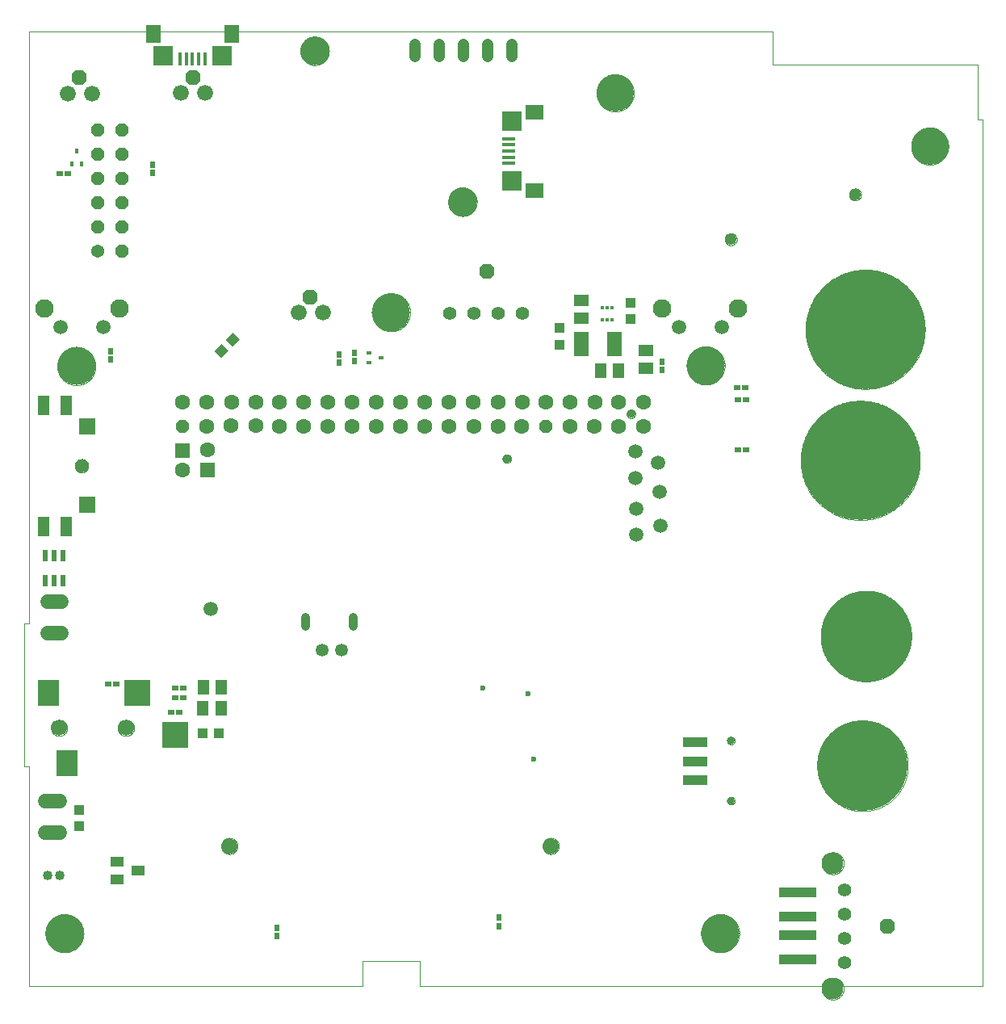
<source format=gbs>
G75*
%MOIN*%
%OFA0B0*%
%FSLAX25Y25*%
%IPPOS*%
%LPD*%
%AMOC8*
5,1,8,0,0,1.08239X$1,22.5*
%
%ADD10C,0.00000*%
%ADD11C,0.15748*%
%ADD12C,0.06693*%
%ADD13C,0.03543*%
%ADD14C,0.37402*%
%ADD15C,0.49213*%
%ADD16C,0.15354*%
%ADD17C,0.04921*%
%ADD18C,0.11811*%
%ADD19OC8,0.05400*%
%ADD20C,0.05906*%
%ADD21C,0.05315*%
%ADD22C,0.03562*%
%ADD23C,0.06299*%
%ADD24R,0.06299X0.06299*%
%ADD25R,0.04921X0.07874*%
%ADD26R,0.06890X0.06890*%
%ADD27C,0.05512*%
%ADD28R,0.08661X0.11024*%
%ADD29R,0.11024X0.11024*%
%ADD30C,0.07677*%
%ADD31C,0.04000*%
%ADD32C,0.05906*%
%ADD33R,0.03937X0.04331*%
%ADD34R,0.05118X0.05906*%
%ADD35R,0.02520X0.02362*%
%ADD36R,0.04331X0.03937*%
%ADD37R,0.02362X0.02520*%
%ADD38R,0.02000X0.01402*%
%ADD39R,0.05906X0.05118*%
%ADD40OC8,0.06300*%
%ADD41R,0.08268X0.07874*%
%ADD42R,0.06299X0.07480*%
%ADD43R,0.01575X0.05315*%
%ADD44R,0.15748X0.04409*%
%ADD45C,0.09055*%
%ADD46R,0.07874X0.08268*%
%ADD47R,0.07480X0.06299*%
%ADD48R,0.05315X0.01575*%
%ADD49C,0.04800*%
%ADD50R,0.05512X0.03937*%
%ADD51R,0.01181X0.01772*%
%ADD52R,0.05906X0.09843*%
%ADD53R,0.01402X0.02000*%
%ADD54C,0.05400*%
%ADD55R,0.02441X0.04803*%
%ADD56C,0.06600*%
%ADD57C,0.05600*%
%ADD58C,0.02362*%
%ADD59C,0.03150*%
%ADD60R,0.09843X0.03937*%
D10*
X0011407Y0006748D02*
X0011407Y0097299D01*
X0009439Y0097299D01*
X0009439Y0156354D01*
X0011407Y0156354D01*
X0011407Y0400449D01*
X0318494Y0400449D01*
X0318494Y0387063D01*
X0403140Y0387063D01*
X0403140Y0364425D01*
X0405108Y0364425D01*
X0405108Y0006748D01*
X0172825Y0006748D01*
X0172825Y0016787D01*
X0149203Y0016787D01*
X0149203Y0006748D01*
X0011407Y0006748D01*
X0018297Y0028402D02*
X0018299Y0028595D01*
X0018306Y0028788D01*
X0018318Y0028981D01*
X0018335Y0029174D01*
X0018356Y0029366D01*
X0018382Y0029557D01*
X0018413Y0029748D01*
X0018448Y0029938D01*
X0018488Y0030127D01*
X0018533Y0030315D01*
X0018582Y0030502D01*
X0018636Y0030688D01*
X0018694Y0030872D01*
X0018757Y0031055D01*
X0018825Y0031236D01*
X0018896Y0031415D01*
X0018973Y0031593D01*
X0019053Y0031769D01*
X0019138Y0031942D01*
X0019227Y0032114D01*
X0019320Y0032283D01*
X0019417Y0032450D01*
X0019519Y0032615D01*
X0019624Y0032777D01*
X0019733Y0032936D01*
X0019847Y0033093D01*
X0019964Y0033246D01*
X0020084Y0033397D01*
X0020209Y0033545D01*
X0020337Y0033690D01*
X0020468Y0033831D01*
X0020603Y0033970D01*
X0020742Y0034105D01*
X0020883Y0034236D01*
X0021028Y0034364D01*
X0021176Y0034489D01*
X0021327Y0034609D01*
X0021480Y0034726D01*
X0021637Y0034840D01*
X0021796Y0034949D01*
X0021958Y0035054D01*
X0022123Y0035156D01*
X0022290Y0035253D01*
X0022459Y0035346D01*
X0022631Y0035435D01*
X0022804Y0035520D01*
X0022980Y0035600D01*
X0023158Y0035677D01*
X0023337Y0035748D01*
X0023518Y0035816D01*
X0023701Y0035879D01*
X0023885Y0035937D01*
X0024071Y0035991D01*
X0024258Y0036040D01*
X0024446Y0036085D01*
X0024635Y0036125D01*
X0024825Y0036160D01*
X0025016Y0036191D01*
X0025207Y0036217D01*
X0025399Y0036238D01*
X0025592Y0036255D01*
X0025785Y0036267D01*
X0025978Y0036274D01*
X0026171Y0036276D01*
X0026364Y0036274D01*
X0026557Y0036267D01*
X0026750Y0036255D01*
X0026943Y0036238D01*
X0027135Y0036217D01*
X0027326Y0036191D01*
X0027517Y0036160D01*
X0027707Y0036125D01*
X0027896Y0036085D01*
X0028084Y0036040D01*
X0028271Y0035991D01*
X0028457Y0035937D01*
X0028641Y0035879D01*
X0028824Y0035816D01*
X0029005Y0035748D01*
X0029184Y0035677D01*
X0029362Y0035600D01*
X0029538Y0035520D01*
X0029711Y0035435D01*
X0029883Y0035346D01*
X0030052Y0035253D01*
X0030219Y0035156D01*
X0030384Y0035054D01*
X0030546Y0034949D01*
X0030705Y0034840D01*
X0030862Y0034726D01*
X0031015Y0034609D01*
X0031166Y0034489D01*
X0031314Y0034364D01*
X0031459Y0034236D01*
X0031600Y0034105D01*
X0031739Y0033970D01*
X0031874Y0033831D01*
X0032005Y0033690D01*
X0032133Y0033545D01*
X0032258Y0033397D01*
X0032378Y0033246D01*
X0032495Y0033093D01*
X0032609Y0032936D01*
X0032718Y0032777D01*
X0032823Y0032615D01*
X0032925Y0032450D01*
X0033022Y0032283D01*
X0033115Y0032114D01*
X0033204Y0031942D01*
X0033289Y0031769D01*
X0033369Y0031593D01*
X0033446Y0031415D01*
X0033517Y0031236D01*
X0033585Y0031055D01*
X0033648Y0030872D01*
X0033706Y0030688D01*
X0033760Y0030502D01*
X0033809Y0030315D01*
X0033854Y0030127D01*
X0033894Y0029938D01*
X0033929Y0029748D01*
X0033960Y0029557D01*
X0033986Y0029366D01*
X0034007Y0029174D01*
X0034024Y0028981D01*
X0034036Y0028788D01*
X0034043Y0028595D01*
X0034045Y0028402D01*
X0034043Y0028209D01*
X0034036Y0028016D01*
X0034024Y0027823D01*
X0034007Y0027630D01*
X0033986Y0027438D01*
X0033960Y0027247D01*
X0033929Y0027056D01*
X0033894Y0026866D01*
X0033854Y0026677D01*
X0033809Y0026489D01*
X0033760Y0026302D01*
X0033706Y0026116D01*
X0033648Y0025932D01*
X0033585Y0025749D01*
X0033517Y0025568D01*
X0033446Y0025389D01*
X0033369Y0025211D01*
X0033289Y0025035D01*
X0033204Y0024862D01*
X0033115Y0024690D01*
X0033022Y0024521D01*
X0032925Y0024354D01*
X0032823Y0024189D01*
X0032718Y0024027D01*
X0032609Y0023868D01*
X0032495Y0023711D01*
X0032378Y0023558D01*
X0032258Y0023407D01*
X0032133Y0023259D01*
X0032005Y0023114D01*
X0031874Y0022973D01*
X0031739Y0022834D01*
X0031600Y0022699D01*
X0031459Y0022568D01*
X0031314Y0022440D01*
X0031166Y0022315D01*
X0031015Y0022195D01*
X0030862Y0022078D01*
X0030705Y0021964D01*
X0030546Y0021855D01*
X0030384Y0021750D01*
X0030219Y0021648D01*
X0030052Y0021551D01*
X0029883Y0021458D01*
X0029711Y0021369D01*
X0029538Y0021284D01*
X0029362Y0021204D01*
X0029184Y0021127D01*
X0029005Y0021056D01*
X0028824Y0020988D01*
X0028641Y0020925D01*
X0028457Y0020867D01*
X0028271Y0020813D01*
X0028084Y0020764D01*
X0027896Y0020719D01*
X0027707Y0020679D01*
X0027517Y0020644D01*
X0027326Y0020613D01*
X0027135Y0020587D01*
X0026943Y0020566D01*
X0026750Y0020549D01*
X0026557Y0020537D01*
X0026364Y0020530D01*
X0026171Y0020528D01*
X0025978Y0020530D01*
X0025785Y0020537D01*
X0025592Y0020549D01*
X0025399Y0020566D01*
X0025207Y0020587D01*
X0025016Y0020613D01*
X0024825Y0020644D01*
X0024635Y0020679D01*
X0024446Y0020719D01*
X0024258Y0020764D01*
X0024071Y0020813D01*
X0023885Y0020867D01*
X0023701Y0020925D01*
X0023518Y0020988D01*
X0023337Y0021056D01*
X0023158Y0021127D01*
X0022980Y0021204D01*
X0022804Y0021284D01*
X0022631Y0021369D01*
X0022459Y0021458D01*
X0022290Y0021551D01*
X0022123Y0021648D01*
X0021958Y0021750D01*
X0021796Y0021855D01*
X0021637Y0021964D01*
X0021480Y0022078D01*
X0021327Y0022195D01*
X0021176Y0022315D01*
X0021028Y0022440D01*
X0020883Y0022568D01*
X0020742Y0022699D01*
X0020603Y0022834D01*
X0020468Y0022973D01*
X0020337Y0023114D01*
X0020209Y0023259D01*
X0020084Y0023407D01*
X0019964Y0023558D01*
X0019847Y0023711D01*
X0019733Y0023868D01*
X0019624Y0024027D01*
X0019519Y0024189D01*
X0019417Y0024354D01*
X0019320Y0024521D01*
X0019227Y0024690D01*
X0019138Y0024862D01*
X0019053Y0025035D01*
X0018973Y0025211D01*
X0018896Y0025389D01*
X0018825Y0025568D01*
X0018757Y0025749D01*
X0018694Y0025932D01*
X0018636Y0026116D01*
X0018582Y0026302D01*
X0018533Y0026489D01*
X0018488Y0026677D01*
X0018448Y0026866D01*
X0018413Y0027056D01*
X0018382Y0027247D01*
X0018356Y0027438D01*
X0018335Y0027630D01*
X0018318Y0027823D01*
X0018306Y0028016D01*
X0018299Y0028209D01*
X0018297Y0028402D01*
X0090935Y0064425D02*
X0090937Y0064540D01*
X0090943Y0064656D01*
X0090953Y0064771D01*
X0090967Y0064886D01*
X0090985Y0065000D01*
X0091007Y0065113D01*
X0091032Y0065226D01*
X0091062Y0065337D01*
X0091095Y0065448D01*
X0091132Y0065557D01*
X0091173Y0065665D01*
X0091218Y0065772D01*
X0091266Y0065877D01*
X0091318Y0065980D01*
X0091374Y0066081D01*
X0091433Y0066181D01*
X0091495Y0066278D01*
X0091561Y0066373D01*
X0091629Y0066466D01*
X0091701Y0066556D01*
X0091776Y0066644D01*
X0091855Y0066729D01*
X0091936Y0066811D01*
X0092019Y0066891D01*
X0092106Y0066967D01*
X0092195Y0067041D01*
X0092286Y0067111D01*
X0092380Y0067179D01*
X0092476Y0067243D01*
X0092575Y0067303D01*
X0092675Y0067360D01*
X0092777Y0067414D01*
X0092881Y0067464D01*
X0092987Y0067511D01*
X0093094Y0067554D01*
X0093203Y0067593D01*
X0093313Y0067628D01*
X0093424Y0067659D01*
X0093536Y0067687D01*
X0093649Y0067711D01*
X0093763Y0067731D01*
X0093878Y0067747D01*
X0093993Y0067759D01*
X0094108Y0067767D01*
X0094223Y0067771D01*
X0094339Y0067771D01*
X0094454Y0067767D01*
X0094569Y0067759D01*
X0094684Y0067747D01*
X0094799Y0067731D01*
X0094913Y0067711D01*
X0095026Y0067687D01*
X0095138Y0067659D01*
X0095249Y0067628D01*
X0095359Y0067593D01*
X0095468Y0067554D01*
X0095575Y0067511D01*
X0095681Y0067464D01*
X0095785Y0067414D01*
X0095887Y0067360D01*
X0095987Y0067303D01*
X0096086Y0067243D01*
X0096182Y0067179D01*
X0096276Y0067111D01*
X0096367Y0067041D01*
X0096456Y0066967D01*
X0096543Y0066891D01*
X0096626Y0066811D01*
X0096707Y0066729D01*
X0096786Y0066644D01*
X0096861Y0066556D01*
X0096933Y0066466D01*
X0097001Y0066373D01*
X0097067Y0066278D01*
X0097129Y0066181D01*
X0097188Y0066081D01*
X0097244Y0065980D01*
X0097296Y0065877D01*
X0097344Y0065772D01*
X0097389Y0065665D01*
X0097430Y0065557D01*
X0097467Y0065448D01*
X0097500Y0065337D01*
X0097530Y0065226D01*
X0097555Y0065113D01*
X0097577Y0065000D01*
X0097595Y0064886D01*
X0097609Y0064771D01*
X0097619Y0064656D01*
X0097625Y0064540D01*
X0097627Y0064425D01*
X0097625Y0064310D01*
X0097619Y0064194D01*
X0097609Y0064079D01*
X0097595Y0063964D01*
X0097577Y0063850D01*
X0097555Y0063737D01*
X0097530Y0063624D01*
X0097500Y0063513D01*
X0097467Y0063402D01*
X0097430Y0063293D01*
X0097389Y0063185D01*
X0097344Y0063078D01*
X0097296Y0062973D01*
X0097244Y0062870D01*
X0097188Y0062769D01*
X0097129Y0062669D01*
X0097067Y0062572D01*
X0097001Y0062477D01*
X0096933Y0062384D01*
X0096861Y0062294D01*
X0096786Y0062206D01*
X0096707Y0062121D01*
X0096626Y0062039D01*
X0096543Y0061959D01*
X0096456Y0061883D01*
X0096367Y0061809D01*
X0096276Y0061739D01*
X0096182Y0061671D01*
X0096086Y0061607D01*
X0095987Y0061547D01*
X0095887Y0061490D01*
X0095785Y0061436D01*
X0095681Y0061386D01*
X0095575Y0061339D01*
X0095468Y0061296D01*
X0095359Y0061257D01*
X0095249Y0061222D01*
X0095138Y0061191D01*
X0095026Y0061163D01*
X0094913Y0061139D01*
X0094799Y0061119D01*
X0094684Y0061103D01*
X0094569Y0061091D01*
X0094454Y0061083D01*
X0094339Y0061079D01*
X0094223Y0061079D01*
X0094108Y0061083D01*
X0093993Y0061091D01*
X0093878Y0061103D01*
X0093763Y0061119D01*
X0093649Y0061139D01*
X0093536Y0061163D01*
X0093424Y0061191D01*
X0093313Y0061222D01*
X0093203Y0061257D01*
X0093094Y0061296D01*
X0092987Y0061339D01*
X0092881Y0061386D01*
X0092777Y0061436D01*
X0092675Y0061490D01*
X0092575Y0061547D01*
X0092476Y0061607D01*
X0092380Y0061671D01*
X0092286Y0061739D01*
X0092195Y0061809D01*
X0092106Y0061883D01*
X0092019Y0061959D01*
X0091936Y0062039D01*
X0091855Y0062121D01*
X0091776Y0062206D01*
X0091701Y0062294D01*
X0091629Y0062384D01*
X0091561Y0062477D01*
X0091495Y0062572D01*
X0091433Y0062669D01*
X0091374Y0062769D01*
X0091318Y0062870D01*
X0091266Y0062973D01*
X0091218Y0063078D01*
X0091173Y0063185D01*
X0091132Y0063293D01*
X0091095Y0063402D01*
X0091062Y0063513D01*
X0091032Y0063624D01*
X0091007Y0063737D01*
X0090985Y0063850D01*
X0090967Y0063964D01*
X0090953Y0064079D01*
X0090943Y0064194D01*
X0090937Y0064310D01*
X0090935Y0064425D01*
X0048180Y0113126D02*
X0048182Y0113241D01*
X0048188Y0113357D01*
X0048198Y0113472D01*
X0048212Y0113587D01*
X0048230Y0113701D01*
X0048252Y0113814D01*
X0048277Y0113927D01*
X0048307Y0114038D01*
X0048340Y0114149D01*
X0048377Y0114258D01*
X0048418Y0114366D01*
X0048463Y0114473D01*
X0048511Y0114578D01*
X0048563Y0114681D01*
X0048619Y0114782D01*
X0048678Y0114882D01*
X0048740Y0114979D01*
X0048806Y0115074D01*
X0048874Y0115167D01*
X0048946Y0115257D01*
X0049021Y0115345D01*
X0049100Y0115430D01*
X0049181Y0115512D01*
X0049264Y0115592D01*
X0049351Y0115668D01*
X0049440Y0115742D01*
X0049531Y0115812D01*
X0049625Y0115880D01*
X0049721Y0115944D01*
X0049820Y0116004D01*
X0049920Y0116061D01*
X0050022Y0116115D01*
X0050126Y0116165D01*
X0050232Y0116212D01*
X0050339Y0116255D01*
X0050448Y0116294D01*
X0050558Y0116329D01*
X0050669Y0116360D01*
X0050781Y0116388D01*
X0050894Y0116412D01*
X0051008Y0116432D01*
X0051123Y0116448D01*
X0051238Y0116460D01*
X0051353Y0116468D01*
X0051468Y0116472D01*
X0051584Y0116472D01*
X0051699Y0116468D01*
X0051814Y0116460D01*
X0051929Y0116448D01*
X0052044Y0116432D01*
X0052158Y0116412D01*
X0052271Y0116388D01*
X0052383Y0116360D01*
X0052494Y0116329D01*
X0052604Y0116294D01*
X0052713Y0116255D01*
X0052820Y0116212D01*
X0052926Y0116165D01*
X0053030Y0116115D01*
X0053132Y0116061D01*
X0053232Y0116004D01*
X0053331Y0115944D01*
X0053427Y0115880D01*
X0053521Y0115812D01*
X0053612Y0115742D01*
X0053701Y0115668D01*
X0053788Y0115592D01*
X0053871Y0115512D01*
X0053952Y0115430D01*
X0054031Y0115345D01*
X0054106Y0115257D01*
X0054178Y0115167D01*
X0054246Y0115074D01*
X0054312Y0114979D01*
X0054374Y0114882D01*
X0054433Y0114782D01*
X0054489Y0114681D01*
X0054541Y0114578D01*
X0054589Y0114473D01*
X0054634Y0114366D01*
X0054675Y0114258D01*
X0054712Y0114149D01*
X0054745Y0114038D01*
X0054775Y0113927D01*
X0054800Y0113814D01*
X0054822Y0113701D01*
X0054840Y0113587D01*
X0054854Y0113472D01*
X0054864Y0113357D01*
X0054870Y0113241D01*
X0054872Y0113126D01*
X0054870Y0113011D01*
X0054864Y0112895D01*
X0054854Y0112780D01*
X0054840Y0112665D01*
X0054822Y0112551D01*
X0054800Y0112438D01*
X0054775Y0112325D01*
X0054745Y0112214D01*
X0054712Y0112103D01*
X0054675Y0111994D01*
X0054634Y0111886D01*
X0054589Y0111779D01*
X0054541Y0111674D01*
X0054489Y0111571D01*
X0054433Y0111470D01*
X0054374Y0111370D01*
X0054312Y0111273D01*
X0054246Y0111178D01*
X0054178Y0111085D01*
X0054106Y0110995D01*
X0054031Y0110907D01*
X0053952Y0110822D01*
X0053871Y0110740D01*
X0053788Y0110660D01*
X0053701Y0110584D01*
X0053612Y0110510D01*
X0053521Y0110440D01*
X0053427Y0110372D01*
X0053331Y0110308D01*
X0053232Y0110248D01*
X0053132Y0110191D01*
X0053030Y0110137D01*
X0052926Y0110087D01*
X0052820Y0110040D01*
X0052713Y0109997D01*
X0052604Y0109958D01*
X0052494Y0109923D01*
X0052383Y0109892D01*
X0052271Y0109864D01*
X0052158Y0109840D01*
X0052044Y0109820D01*
X0051929Y0109804D01*
X0051814Y0109792D01*
X0051699Y0109784D01*
X0051584Y0109780D01*
X0051468Y0109780D01*
X0051353Y0109784D01*
X0051238Y0109792D01*
X0051123Y0109804D01*
X0051008Y0109820D01*
X0050894Y0109840D01*
X0050781Y0109864D01*
X0050669Y0109892D01*
X0050558Y0109923D01*
X0050448Y0109958D01*
X0050339Y0109997D01*
X0050232Y0110040D01*
X0050126Y0110087D01*
X0050022Y0110137D01*
X0049920Y0110191D01*
X0049820Y0110248D01*
X0049721Y0110308D01*
X0049625Y0110372D01*
X0049531Y0110440D01*
X0049440Y0110510D01*
X0049351Y0110584D01*
X0049264Y0110660D01*
X0049181Y0110740D01*
X0049100Y0110822D01*
X0049021Y0110907D01*
X0048946Y0110995D01*
X0048874Y0111085D01*
X0048806Y0111178D01*
X0048740Y0111273D01*
X0048678Y0111370D01*
X0048619Y0111470D01*
X0048563Y0111571D01*
X0048511Y0111674D01*
X0048463Y0111779D01*
X0048418Y0111886D01*
X0048377Y0111994D01*
X0048340Y0112103D01*
X0048307Y0112214D01*
X0048277Y0112325D01*
X0048252Y0112438D01*
X0048230Y0112551D01*
X0048212Y0112665D01*
X0048198Y0112780D01*
X0048188Y0112895D01*
X0048182Y0113011D01*
X0048180Y0113126D01*
X0020621Y0113126D02*
X0020623Y0113241D01*
X0020629Y0113357D01*
X0020639Y0113472D01*
X0020653Y0113587D01*
X0020671Y0113701D01*
X0020693Y0113814D01*
X0020718Y0113927D01*
X0020748Y0114038D01*
X0020781Y0114149D01*
X0020818Y0114258D01*
X0020859Y0114366D01*
X0020904Y0114473D01*
X0020952Y0114578D01*
X0021004Y0114681D01*
X0021060Y0114782D01*
X0021119Y0114882D01*
X0021181Y0114979D01*
X0021247Y0115074D01*
X0021315Y0115167D01*
X0021387Y0115257D01*
X0021462Y0115345D01*
X0021541Y0115430D01*
X0021622Y0115512D01*
X0021705Y0115592D01*
X0021792Y0115668D01*
X0021881Y0115742D01*
X0021972Y0115812D01*
X0022066Y0115880D01*
X0022162Y0115944D01*
X0022261Y0116004D01*
X0022361Y0116061D01*
X0022463Y0116115D01*
X0022567Y0116165D01*
X0022673Y0116212D01*
X0022780Y0116255D01*
X0022889Y0116294D01*
X0022999Y0116329D01*
X0023110Y0116360D01*
X0023222Y0116388D01*
X0023335Y0116412D01*
X0023449Y0116432D01*
X0023564Y0116448D01*
X0023679Y0116460D01*
X0023794Y0116468D01*
X0023909Y0116472D01*
X0024025Y0116472D01*
X0024140Y0116468D01*
X0024255Y0116460D01*
X0024370Y0116448D01*
X0024485Y0116432D01*
X0024599Y0116412D01*
X0024712Y0116388D01*
X0024824Y0116360D01*
X0024935Y0116329D01*
X0025045Y0116294D01*
X0025154Y0116255D01*
X0025261Y0116212D01*
X0025367Y0116165D01*
X0025471Y0116115D01*
X0025573Y0116061D01*
X0025673Y0116004D01*
X0025772Y0115944D01*
X0025868Y0115880D01*
X0025962Y0115812D01*
X0026053Y0115742D01*
X0026142Y0115668D01*
X0026229Y0115592D01*
X0026312Y0115512D01*
X0026393Y0115430D01*
X0026472Y0115345D01*
X0026547Y0115257D01*
X0026619Y0115167D01*
X0026687Y0115074D01*
X0026753Y0114979D01*
X0026815Y0114882D01*
X0026874Y0114782D01*
X0026930Y0114681D01*
X0026982Y0114578D01*
X0027030Y0114473D01*
X0027075Y0114366D01*
X0027116Y0114258D01*
X0027153Y0114149D01*
X0027186Y0114038D01*
X0027216Y0113927D01*
X0027241Y0113814D01*
X0027263Y0113701D01*
X0027281Y0113587D01*
X0027295Y0113472D01*
X0027305Y0113357D01*
X0027311Y0113241D01*
X0027313Y0113126D01*
X0027311Y0113011D01*
X0027305Y0112895D01*
X0027295Y0112780D01*
X0027281Y0112665D01*
X0027263Y0112551D01*
X0027241Y0112438D01*
X0027216Y0112325D01*
X0027186Y0112214D01*
X0027153Y0112103D01*
X0027116Y0111994D01*
X0027075Y0111886D01*
X0027030Y0111779D01*
X0026982Y0111674D01*
X0026930Y0111571D01*
X0026874Y0111470D01*
X0026815Y0111370D01*
X0026753Y0111273D01*
X0026687Y0111178D01*
X0026619Y0111085D01*
X0026547Y0110995D01*
X0026472Y0110907D01*
X0026393Y0110822D01*
X0026312Y0110740D01*
X0026229Y0110660D01*
X0026142Y0110584D01*
X0026053Y0110510D01*
X0025962Y0110440D01*
X0025868Y0110372D01*
X0025772Y0110308D01*
X0025673Y0110248D01*
X0025573Y0110191D01*
X0025471Y0110137D01*
X0025367Y0110087D01*
X0025261Y0110040D01*
X0025154Y0109997D01*
X0025045Y0109958D01*
X0024935Y0109923D01*
X0024824Y0109892D01*
X0024712Y0109864D01*
X0024599Y0109840D01*
X0024485Y0109820D01*
X0024370Y0109804D01*
X0024255Y0109792D01*
X0024140Y0109784D01*
X0024025Y0109780D01*
X0023909Y0109780D01*
X0023794Y0109784D01*
X0023679Y0109792D01*
X0023564Y0109804D01*
X0023449Y0109820D01*
X0023335Y0109840D01*
X0023222Y0109864D01*
X0023110Y0109892D01*
X0022999Y0109923D01*
X0022889Y0109958D01*
X0022780Y0109997D01*
X0022673Y0110040D01*
X0022567Y0110087D01*
X0022463Y0110137D01*
X0022361Y0110191D01*
X0022261Y0110248D01*
X0022162Y0110308D01*
X0022066Y0110372D01*
X0021972Y0110440D01*
X0021881Y0110510D01*
X0021792Y0110584D01*
X0021705Y0110660D01*
X0021622Y0110740D01*
X0021541Y0110822D01*
X0021462Y0110907D01*
X0021387Y0110995D01*
X0021315Y0111085D01*
X0021247Y0111178D01*
X0021181Y0111273D01*
X0021119Y0111370D01*
X0021060Y0111470D01*
X0021004Y0111571D01*
X0020952Y0111674D01*
X0020904Y0111779D01*
X0020859Y0111886D01*
X0020818Y0111994D01*
X0020781Y0112103D01*
X0020748Y0112214D01*
X0020718Y0112325D01*
X0020693Y0112438D01*
X0020671Y0112551D01*
X0020653Y0112665D01*
X0020639Y0112780D01*
X0020629Y0112895D01*
X0020623Y0113011D01*
X0020621Y0113126D01*
X0030463Y0221354D02*
X0030465Y0221459D01*
X0030471Y0221564D01*
X0030481Y0221668D01*
X0030495Y0221772D01*
X0030513Y0221876D01*
X0030535Y0221978D01*
X0030560Y0222080D01*
X0030590Y0222181D01*
X0030623Y0222280D01*
X0030660Y0222378D01*
X0030701Y0222475D01*
X0030746Y0222570D01*
X0030794Y0222663D01*
X0030845Y0222755D01*
X0030901Y0222844D01*
X0030959Y0222931D01*
X0031021Y0223016D01*
X0031085Y0223099D01*
X0031153Y0223179D01*
X0031224Y0223256D01*
X0031298Y0223330D01*
X0031375Y0223402D01*
X0031454Y0223471D01*
X0031536Y0223536D01*
X0031620Y0223599D01*
X0031707Y0223658D01*
X0031796Y0223714D01*
X0031887Y0223767D01*
X0031980Y0223816D01*
X0032074Y0223861D01*
X0032170Y0223903D01*
X0032268Y0223941D01*
X0032367Y0223975D01*
X0032468Y0224006D01*
X0032569Y0224032D01*
X0032672Y0224055D01*
X0032775Y0224074D01*
X0032879Y0224089D01*
X0032983Y0224100D01*
X0033088Y0224107D01*
X0033193Y0224110D01*
X0033298Y0224109D01*
X0033403Y0224104D01*
X0033507Y0224095D01*
X0033611Y0224082D01*
X0033715Y0224065D01*
X0033818Y0224044D01*
X0033920Y0224019D01*
X0034021Y0223991D01*
X0034120Y0223958D01*
X0034219Y0223922D01*
X0034316Y0223882D01*
X0034411Y0223839D01*
X0034505Y0223791D01*
X0034597Y0223741D01*
X0034687Y0223687D01*
X0034775Y0223629D01*
X0034860Y0223568D01*
X0034943Y0223504D01*
X0035024Y0223437D01*
X0035102Y0223367D01*
X0035177Y0223293D01*
X0035249Y0223218D01*
X0035319Y0223139D01*
X0035385Y0223058D01*
X0035449Y0222974D01*
X0035509Y0222888D01*
X0035565Y0222800D01*
X0035619Y0222709D01*
X0035669Y0222617D01*
X0035715Y0222523D01*
X0035758Y0222427D01*
X0035797Y0222329D01*
X0035832Y0222231D01*
X0035863Y0222130D01*
X0035891Y0222029D01*
X0035915Y0221927D01*
X0035935Y0221824D01*
X0035951Y0221720D01*
X0035963Y0221616D01*
X0035971Y0221511D01*
X0035975Y0221406D01*
X0035975Y0221302D01*
X0035971Y0221197D01*
X0035963Y0221092D01*
X0035951Y0220988D01*
X0035935Y0220884D01*
X0035915Y0220781D01*
X0035891Y0220679D01*
X0035863Y0220578D01*
X0035832Y0220477D01*
X0035797Y0220379D01*
X0035758Y0220281D01*
X0035715Y0220185D01*
X0035669Y0220091D01*
X0035619Y0219999D01*
X0035565Y0219908D01*
X0035509Y0219820D01*
X0035449Y0219734D01*
X0035385Y0219650D01*
X0035319Y0219569D01*
X0035249Y0219490D01*
X0035177Y0219415D01*
X0035102Y0219341D01*
X0035024Y0219271D01*
X0034943Y0219204D01*
X0034860Y0219140D01*
X0034775Y0219079D01*
X0034687Y0219021D01*
X0034597Y0218967D01*
X0034505Y0218917D01*
X0034411Y0218869D01*
X0034316Y0218826D01*
X0034219Y0218786D01*
X0034120Y0218750D01*
X0034021Y0218717D01*
X0033920Y0218689D01*
X0033818Y0218664D01*
X0033715Y0218643D01*
X0033611Y0218626D01*
X0033507Y0218613D01*
X0033403Y0218604D01*
X0033298Y0218599D01*
X0033193Y0218598D01*
X0033088Y0218601D01*
X0032983Y0218608D01*
X0032879Y0218619D01*
X0032775Y0218634D01*
X0032672Y0218653D01*
X0032569Y0218676D01*
X0032468Y0218702D01*
X0032367Y0218733D01*
X0032268Y0218767D01*
X0032170Y0218805D01*
X0032074Y0218847D01*
X0031980Y0218892D01*
X0031887Y0218941D01*
X0031796Y0218994D01*
X0031707Y0219050D01*
X0031620Y0219109D01*
X0031536Y0219172D01*
X0031454Y0219237D01*
X0031375Y0219306D01*
X0031298Y0219378D01*
X0031224Y0219452D01*
X0031153Y0219529D01*
X0031085Y0219609D01*
X0031021Y0219692D01*
X0030959Y0219777D01*
X0030901Y0219864D01*
X0030845Y0219953D01*
X0030794Y0220045D01*
X0030746Y0220138D01*
X0030701Y0220233D01*
X0030660Y0220330D01*
X0030623Y0220428D01*
X0030590Y0220527D01*
X0030560Y0220628D01*
X0030535Y0220730D01*
X0030513Y0220832D01*
X0030495Y0220936D01*
X0030481Y0221040D01*
X0030471Y0221144D01*
X0030465Y0221249D01*
X0030463Y0221354D01*
X0023219Y0262457D02*
X0023221Y0262650D01*
X0023228Y0262843D01*
X0023240Y0263036D01*
X0023257Y0263229D01*
X0023278Y0263421D01*
X0023304Y0263612D01*
X0023335Y0263803D01*
X0023370Y0263993D01*
X0023410Y0264182D01*
X0023455Y0264370D01*
X0023504Y0264557D01*
X0023558Y0264743D01*
X0023616Y0264927D01*
X0023679Y0265110D01*
X0023747Y0265291D01*
X0023818Y0265470D01*
X0023895Y0265648D01*
X0023975Y0265824D01*
X0024060Y0265997D01*
X0024149Y0266169D01*
X0024242Y0266338D01*
X0024339Y0266505D01*
X0024441Y0266670D01*
X0024546Y0266832D01*
X0024655Y0266991D01*
X0024769Y0267148D01*
X0024886Y0267301D01*
X0025006Y0267452D01*
X0025131Y0267600D01*
X0025259Y0267745D01*
X0025390Y0267886D01*
X0025525Y0268025D01*
X0025664Y0268160D01*
X0025805Y0268291D01*
X0025950Y0268419D01*
X0026098Y0268544D01*
X0026249Y0268664D01*
X0026402Y0268781D01*
X0026559Y0268895D01*
X0026718Y0269004D01*
X0026880Y0269109D01*
X0027045Y0269211D01*
X0027212Y0269308D01*
X0027381Y0269401D01*
X0027553Y0269490D01*
X0027726Y0269575D01*
X0027902Y0269655D01*
X0028080Y0269732D01*
X0028259Y0269803D01*
X0028440Y0269871D01*
X0028623Y0269934D01*
X0028807Y0269992D01*
X0028993Y0270046D01*
X0029180Y0270095D01*
X0029368Y0270140D01*
X0029557Y0270180D01*
X0029747Y0270215D01*
X0029938Y0270246D01*
X0030129Y0270272D01*
X0030321Y0270293D01*
X0030514Y0270310D01*
X0030707Y0270322D01*
X0030900Y0270329D01*
X0031093Y0270331D01*
X0031286Y0270329D01*
X0031479Y0270322D01*
X0031672Y0270310D01*
X0031865Y0270293D01*
X0032057Y0270272D01*
X0032248Y0270246D01*
X0032439Y0270215D01*
X0032629Y0270180D01*
X0032818Y0270140D01*
X0033006Y0270095D01*
X0033193Y0270046D01*
X0033379Y0269992D01*
X0033563Y0269934D01*
X0033746Y0269871D01*
X0033927Y0269803D01*
X0034106Y0269732D01*
X0034284Y0269655D01*
X0034460Y0269575D01*
X0034633Y0269490D01*
X0034805Y0269401D01*
X0034974Y0269308D01*
X0035141Y0269211D01*
X0035306Y0269109D01*
X0035468Y0269004D01*
X0035627Y0268895D01*
X0035784Y0268781D01*
X0035937Y0268664D01*
X0036088Y0268544D01*
X0036236Y0268419D01*
X0036381Y0268291D01*
X0036522Y0268160D01*
X0036661Y0268025D01*
X0036796Y0267886D01*
X0036927Y0267745D01*
X0037055Y0267600D01*
X0037180Y0267452D01*
X0037300Y0267301D01*
X0037417Y0267148D01*
X0037531Y0266991D01*
X0037640Y0266832D01*
X0037745Y0266670D01*
X0037847Y0266505D01*
X0037944Y0266338D01*
X0038037Y0266169D01*
X0038126Y0265997D01*
X0038211Y0265824D01*
X0038291Y0265648D01*
X0038368Y0265470D01*
X0038439Y0265291D01*
X0038507Y0265110D01*
X0038570Y0264927D01*
X0038628Y0264743D01*
X0038682Y0264557D01*
X0038731Y0264370D01*
X0038776Y0264182D01*
X0038816Y0263993D01*
X0038851Y0263803D01*
X0038882Y0263612D01*
X0038908Y0263421D01*
X0038929Y0263229D01*
X0038946Y0263036D01*
X0038958Y0262843D01*
X0038965Y0262650D01*
X0038967Y0262457D01*
X0038965Y0262264D01*
X0038958Y0262071D01*
X0038946Y0261878D01*
X0038929Y0261685D01*
X0038908Y0261493D01*
X0038882Y0261302D01*
X0038851Y0261111D01*
X0038816Y0260921D01*
X0038776Y0260732D01*
X0038731Y0260544D01*
X0038682Y0260357D01*
X0038628Y0260171D01*
X0038570Y0259987D01*
X0038507Y0259804D01*
X0038439Y0259623D01*
X0038368Y0259444D01*
X0038291Y0259266D01*
X0038211Y0259090D01*
X0038126Y0258917D01*
X0038037Y0258745D01*
X0037944Y0258576D01*
X0037847Y0258409D01*
X0037745Y0258244D01*
X0037640Y0258082D01*
X0037531Y0257923D01*
X0037417Y0257766D01*
X0037300Y0257613D01*
X0037180Y0257462D01*
X0037055Y0257314D01*
X0036927Y0257169D01*
X0036796Y0257028D01*
X0036661Y0256889D01*
X0036522Y0256754D01*
X0036381Y0256623D01*
X0036236Y0256495D01*
X0036088Y0256370D01*
X0035937Y0256250D01*
X0035784Y0256133D01*
X0035627Y0256019D01*
X0035468Y0255910D01*
X0035306Y0255805D01*
X0035141Y0255703D01*
X0034974Y0255606D01*
X0034805Y0255513D01*
X0034633Y0255424D01*
X0034460Y0255339D01*
X0034284Y0255259D01*
X0034106Y0255182D01*
X0033927Y0255111D01*
X0033746Y0255043D01*
X0033563Y0254980D01*
X0033379Y0254922D01*
X0033193Y0254868D01*
X0033006Y0254819D01*
X0032818Y0254774D01*
X0032629Y0254734D01*
X0032439Y0254699D01*
X0032248Y0254668D01*
X0032057Y0254642D01*
X0031865Y0254621D01*
X0031672Y0254604D01*
X0031479Y0254592D01*
X0031286Y0254585D01*
X0031093Y0254583D01*
X0030900Y0254585D01*
X0030707Y0254592D01*
X0030514Y0254604D01*
X0030321Y0254621D01*
X0030129Y0254642D01*
X0029938Y0254668D01*
X0029747Y0254699D01*
X0029557Y0254734D01*
X0029368Y0254774D01*
X0029180Y0254819D01*
X0028993Y0254868D01*
X0028807Y0254922D01*
X0028623Y0254980D01*
X0028440Y0255043D01*
X0028259Y0255111D01*
X0028080Y0255182D01*
X0027902Y0255259D01*
X0027726Y0255339D01*
X0027553Y0255424D01*
X0027381Y0255513D01*
X0027212Y0255606D01*
X0027045Y0255703D01*
X0026880Y0255805D01*
X0026718Y0255910D01*
X0026559Y0256019D01*
X0026402Y0256133D01*
X0026249Y0256250D01*
X0026098Y0256370D01*
X0025950Y0256495D01*
X0025805Y0256623D01*
X0025664Y0256754D01*
X0025525Y0256889D01*
X0025390Y0257028D01*
X0025259Y0257169D01*
X0025131Y0257314D01*
X0025006Y0257462D01*
X0024886Y0257613D01*
X0024769Y0257766D01*
X0024655Y0257923D01*
X0024546Y0258082D01*
X0024441Y0258244D01*
X0024339Y0258409D01*
X0024242Y0258576D01*
X0024149Y0258745D01*
X0024060Y0258917D01*
X0023975Y0259090D01*
X0023895Y0259266D01*
X0023818Y0259444D01*
X0023747Y0259623D01*
X0023679Y0259804D01*
X0023616Y0259987D01*
X0023558Y0260171D01*
X0023504Y0260357D01*
X0023455Y0260544D01*
X0023410Y0260732D01*
X0023370Y0260921D01*
X0023335Y0261111D01*
X0023304Y0261302D01*
X0023278Y0261493D01*
X0023257Y0261685D01*
X0023240Y0261878D01*
X0023228Y0262071D01*
X0023221Y0262264D01*
X0023219Y0262457D01*
X0123572Y0392614D02*
X0123574Y0392767D01*
X0123580Y0392921D01*
X0123590Y0393074D01*
X0123604Y0393226D01*
X0123622Y0393379D01*
X0123644Y0393530D01*
X0123669Y0393681D01*
X0123699Y0393832D01*
X0123733Y0393982D01*
X0123770Y0394130D01*
X0123811Y0394278D01*
X0123856Y0394424D01*
X0123905Y0394570D01*
X0123958Y0394714D01*
X0124014Y0394856D01*
X0124074Y0394997D01*
X0124138Y0395137D01*
X0124205Y0395275D01*
X0124276Y0395411D01*
X0124351Y0395545D01*
X0124428Y0395677D01*
X0124510Y0395807D01*
X0124594Y0395935D01*
X0124682Y0396061D01*
X0124773Y0396184D01*
X0124867Y0396305D01*
X0124965Y0396423D01*
X0125065Y0396539D01*
X0125169Y0396652D01*
X0125275Y0396763D01*
X0125384Y0396871D01*
X0125496Y0396976D01*
X0125610Y0397077D01*
X0125728Y0397176D01*
X0125847Y0397272D01*
X0125969Y0397365D01*
X0126094Y0397454D01*
X0126221Y0397541D01*
X0126350Y0397623D01*
X0126481Y0397703D01*
X0126614Y0397779D01*
X0126749Y0397852D01*
X0126886Y0397921D01*
X0127025Y0397986D01*
X0127165Y0398048D01*
X0127307Y0398106D01*
X0127450Y0398161D01*
X0127595Y0398212D01*
X0127741Y0398259D01*
X0127888Y0398302D01*
X0128036Y0398341D01*
X0128185Y0398377D01*
X0128335Y0398408D01*
X0128486Y0398436D01*
X0128637Y0398460D01*
X0128790Y0398480D01*
X0128942Y0398496D01*
X0129095Y0398508D01*
X0129248Y0398516D01*
X0129401Y0398520D01*
X0129555Y0398520D01*
X0129708Y0398516D01*
X0129861Y0398508D01*
X0130014Y0398496D01*
X0130166Y0398480D01*
X0130319Y0398460D01*
X0130470Y0398436D01*
X0130621Y0398408D01*
X0130771Y0398377D01*
X0130920Y0398341D01*
X0131068Y0398302D01*
X0131215Y0398259D01*
X0131361Y0398212D01*
X0131506Y0398161D01*
X0131649Y0398106D01*
X0131791Y0398048D01*
X0131931Y0397986D01*
X0132070Y0397921D01*
X0132207Y0397852D01*
X0132342Y0397779D01*
X0132475Y0397703D01*
X0132606Y0397623D01*
X0132735Y0397541D01*
X0132862Y0397454D01*
X0132987Y0397365D01*
X0133109Y0397272D01*
X0133228Y0397176D01*
X0133346Y0397077D01*
X0133460Y0396976D01*
X0133572Y0396871D01*
X0133681Y0396763D01*
X0133787Y0396652D01*
X0133891Y0396539D01*
X0133991Y0396423D01*
X0134089Y0396305D01*
X0134183Y0396184D01*
X0134274Y0396061D01*
X0134362Y0395935D01*
X0134446Y0395807D01*
X0134528Y0395677D01*
X0134605Y0395545D01*
X0134680Y0395411D01*
X0134751Y0395275D01*
X0134818Y0395137D01*
X0134882Y0394997D01*
X0134942Y0394856D01*
X0134998Y0394714D01*
X0135051Y0394570D01*
X0135100Y0394424D01*
X0135145Y0394278D01*
X0135186Y0394130D01*
X0135223Y0393982D01*
X0135257Y0393832D01*
X0135287Y0393681D01*
X0135312Y0393530D01*
X0135334Y0393379D01*
X0135352Y0393226D01*
X0135366Y0393074D01*
X0135376Y0392921D01*
X0135382Y0392767D01*
X0135384Y0392614D01*
X0135382Y0392461D01*
X0135376Y0392307D01*
X0135366Y0392154D01*
X0135352Y0392002D01*
X0135334Y0391849D01*
X0135312Y0391698D01*
X0135287Y0391547D01*
X0135257Y0391396D01*
X0135223Y0391246D01*
X0135186Y0391098D01*
X0135145Y0390950D01*
X0135100Y0390804D01*
X0135051Y0390658D01*
X0134998Y0390514D01*
X0134942Y0390372D01*
X0134882Y0390231D01*
X0134818Y0390091D01*
X0134751Y0389953D01*
X0134680Y0389817D01*
X0134605Y0389683D01*
X0134528Y0389551D01*
X0134446Y0389421D01*
X0134362Y0389293D01*
X0134274Y0389167D01*
X0134183Y0389044D01*
X0134089Y0388923D01*
X0133991Y0388805D01*
X0133891Y0388689D01*
X0133787Y0388576D01*
X0133681Y0388465D01*
X0133572Y0388357D01*
X0133460Y0388252D01*
X0133346Y0388151D01*
X0133228Y0388052D01*
X0133109Y0387956D01*
X0132987Y0387863D01*
X0132862Y0387774D01*
X0132735Y0387687D01*
X0132606Y0387605D01*
X0132475Y0387525D01*
X0132342Y0387449D01*
X0132207Y0387376D01*
X0132070Y0387307D01*
X0131931Y0387242D01*
X0131791Y0387180D01*
X0131649Y0387122D01*
X0131506Y0387067D01*
X0131361Y0387016D01*
X0131215Y0386969D01*
X0131068Y0386926D01*
X0130920Y0386887D01*
X0130771Y0386851D01*
X0130621Y0386820D01*
X0130470Y0386792D01*
X0130319Y0386768D01*
X0130166Y0386748D01*
X0130014Y0386732D01*
X0129861Y0386720D01*
X0129708Y0386712D01*
X0129555Y0386708D01*
X0129401Y0386708D01*
X0129248Y0386712D01*
X0129095Y0386720D01*
X0128942Y0386732D01*
X0128790Y0386748D01*
X0128637Y0386768D01*
X0128486Y0386792D01*
X0128335Y0386820D01*
X0128185Y0386851D01*
X0128036Y0386887D01*
X0127888Y0386926D01*
X0127741Y0386969D01*
X0127595Y0387016D01*
X0127450Y0387067D01*
X0127307Y0387122D01*
X0127165Y0387180D01*
X0127025Y0387242D01*
X0126886Y0387307D01*
X0126749Y0387376D01*
X0126614Y0387449D01*
X0126481Y0387525D01*
X0126350Y0387605D01*
X0126221Y0387687D01*
X0126094Y0387774D01*
X0125969Y0387863D01*
X0125847Y0387956D01*
X0125728Y0388052D01*
X0125610Y0388151D01*
X0125496Y0388252D01*
X0125384Y0388357D01*
X0125275Y0388465D01*
X0125169Y0388576D01*
X0125065Y0388689D01*
X0124965Y0388805D01*
X0124867Y0388923D01*
X0124773Y0389044D01*
X0124682Y0389167D01*
X0124594Y0389293D01*
X0124510Y0389421D01*
X0124428Y0389551D01*
X0124351Y0389683D01*
X0124276Y0389817D01*
X0124205Y0389953D01*
X0124138Y0390091D01*
X0124074Y0390231D01*
X0124014Y0390372D01*
X0123958Y0390514D01*
X0123905Y0390658D01*
X0123856Y0390804D01*
X0123811Y0390950D01*
X0123770Y0391098D01*
X0123733Y0391246D01*
X0123699Y0391396D01*
X0123669Y0391547D01*
X0123644Y0391698D01*
X0123622Y0391849D01*
X0123604Y0392002D01*
X0123590Y0392154D01*
X0123580Y0392307D01*
X0123574Y0392461D01*
X0123572Y0392614D01*
X0184596Y0330331D02*
X0184598Y0330484D01*
X0184604Y0330638D01*
X0184614Y0330791D01*
X0184628Y0330943D01*
X0184646Y0331096D01*
X0184668Y0331247D01*
X0184693Y0331398D01*
X0184723Y0331549D01*
X0184757Y0331699D01*
X0184794Y0331847D01*
X0184835Y0331995D01*
X0184880Y0332141D01*
X0184929Y0332287D01*
X0184982Y0332431D01*
X0185038Y0332573D01*
X0185098Y0332714D01*
X0185162Y0332854D01*
X0185229Y0332992D01*
X0185300Y0333128D01*
X0185375Y0333262D01*
X0185452Y0333394D01*
X0185534Y0333524D01*
X0185618Y0333652D01*
X0185706Y0333778D01*
X0185797Y0333901D01*
X0185891Y0334022D01*
X0185989Y0334140D01*
X0186089Y0334256D01*
X0186193Y0334369D01*
X0186299Y0334480D01*
X0186408Y0334588D01*
X0186520Y0334693D01*
X0186634Y0334794D01*
X0186752Y0334893D01*
X0186871Y0334989D01*
X0186993Y0335082D01*
X0187118Y0335171D01*
X0187245Y0335258D01*
X0187374Y0335340D01*
X0187505Y0335420D01*
X0187638Y0335496D01*
X0187773Y0335569D01*
X0187910Y0335638D01*
X0188049Y0335703D01*
X0188189Y0335765D01*
X0188331Y0335823D01*
X0188474Y0335878D01*
X0188619Y0335929D01*
X0188765Y0335976D01*
X0188912Y0336019D01*
X0189060Y0336058D01*
X0189209Y0336094D01*
X0189359Y0336125D01*
X0189510Y0336153D01*
X0189661Y0336177D01*
X0189814Y0336197D01*
X0189966Y0336213D01*
X0190119Y0336225D01*
X0190272Y0336233D01*
X0190425Y0336237D01*
X0190579Y0336237D01*
X0190732Y0336233D01*
X0190885Y0336225D01*
X0191038Y0336213D01*
X0191190Y0336197D01*
X0191343Y0336177D01*
X0191494Y0336153D01*
X0191645Y0336125D01*
X0191795Y0336094D01*
X0191944Y0336058D01*
X0192092Y0336019D01*
X0192239Y0335976D01*
X0192385Y0335929D01*
X0192530Y0335878D01*
X0192673Y0335823D01*
X0192815Y0335765D01*
X0192955Y0335703D01*
X0193094Y0335638D01*
X0193231Y0335569D01*
X0193366Y0335496D01*
X0193499Y0335420D01*
X0193630Y0335340D01*
X0193759Y0335258D01*
X0193886Y0335171D01*
X0194011Y0335082D01*
X0194133Y0334989D01*
X0194252Y0334893D01*
X0194370Y0334794D01*
X0194484Y0334693D01*
X0194596Y0334588D01*
X0194705Y0334480D01*
X0194811Y0334369D01*
X0194915Y0334256D01*
X0195015Y0334140D01*
X0195113Y0334022D01*
X0195207Y0333901D01*
X0195298Y0333778D01*
X0195386Y0333652D01*
X0195470Y0333524D01*
X0195552Y0333394D01*
X0195629Y0333262D01*
X0195704Y0333128D01*
X0195775Y0332992D01*
X0195842Y0332854D01*
X0195906Y0332714D01*
X0195966Y0332573D01*
X0196022Y0332431D01*
X0196075Y0332287D01*
X0196124Y0332141D01*
X0196169Y0331995D01*
X0196210Y0331847D01*
X0196247Y0331699D01*
X0196281Y0331549D01*
X0196311Y0331398D01*
X0196336Y0331247D01*
X0196358Y0331096D01*
X0196376Y0330943D01*
X0196390Y0330791D01*
X0196400Y0330638D01*
X0196406Y0330484D01*
X0196408Y0330331D01*
X0196406Y0330178D01*
X0196400Y0330024D01*
X0196390Y0329871D01*
X0196376Y0329719D01*
X0196358Y0329566D01*
X0196336Y0329415D01*
X0196311Y0329264D01*
X0196281Y0329113D01*
X0196247Y0328963D01*
X0196210Y0328815D01*
X0196169Y0328667D01*
X0196124Y0328521D01*
X0196075Y0328375D01*
X0196022Y0328231D01*
X0195966Y0328089D01*
X0195906Y0327948D01*
X0195842Y0327808D01*
X0195775Y0327670D01*
X0195704Y0327534D01*
X0195629Y0327400D01*
X0195552Y0327268D01*
X0195470Y0327138D01*
X0195386Y0327010D01*
X0195298Y0326884D01*
X0195207Y0326761D01*
X0195113Y0326640D01*
X0195015Y0326522D01*
X0194915Y0326406D01*
X0194811Y0326293D01*
X0194705Y0326182D01*
X0194596Y0326074D01*
X0194484Y0325969D01*
X0194370Y0325868D01*
X0194252Y0325769D01*
X0194133Y0325673D01*
X0194011Y0325580D01*
X0193886Y0325491D01*
X0193759Y0325404D01*
X0193630Y0325322D01*
X0193499Y0325242D01*
X0193366Y0325166D01*
X0193231Y0325093D01*
X0193094Y0325024D01*
X0192955Y0324959D01*
X0192815Y0324897D01*
X0192673Y0324839D01*
X0192530Y0324784D01*
X0192385Y0324733D01*
X0192239Y0324686D01*
X0192092Y0324643D01*
X0191944Y0324604D01*
X0191795Y0324568D01*
X0191645Y0324537D01*
X0191494Y0324509D01*
X0191343Y0324485D01*
X0191190Y0324465D01*
X0191038Y0324449D01*
X0190885Y0324437D01*
X0190732Y0324429D01*
X0190579Y0324425D01*
X0190425Y0324425D01*
X0190272Y0324429D01*
X0190119Y0324437D01*
X0189966Y0324449D01*
X0189814Y0324465D01*
X0189661Y0324485D01*
X0189510Y0324509D01*
X0189359Y0324537D01*
X0189209Y0324568D01*
X0189060Y0324604D01*
X0188912Y0324643D01*
X0188765Y0324686D01*
X0188619Y0324733D01*
X0188474Y0324784D01*
X0188331Y0324839D01*
X0188189Y0324897D01*
X0188049Y0324959D01*
X0187910Y0325024D01*
X0187773Y0325093D01*
X0187638Y0325166D01*
X0187505Y0325242D01*
X0187374Y0325322D01*
X0187245Y0325404D01*
X0187118Y0325491D01*
X0186993Y0325580D01*
X0186871Y0325673D01*
X0186752Y0325769D01*
X0186634Y0325868D01*
X0186520Y0325969D01*
X0186408Y0326074D01*
X0186299Y0326182D01*
X0186193Y0326293D01*
X0186089Y0326406D01*
X0185989Y0326522D01*
X0185891Y0326640D01*
X0185797Y0326761D01*
X0185706Y0326884D01*
X0185618Y0327010D01*
X0185534Y0327138D01*
X0185452Y0327268D01*
X0185375Y0327400D01*
X0185300Y0327534D01*
X0185229Y0327670D01*
X0185162Y0327808D01*
X0185098Y0327948D01*
X0185038Y0328089D01*
X0184982Y0328231D01*
X0184929Y0328375D01*
X0184880Y0328521D01*
X0184835Y0328667D01*
X0184794Y0328815D01*
X0184757Y0328963D01*
X0184723Y0329113D01*
X0184693Y0329264D01*
X0184668Y0329415D01*
X0184646Y0329566D01*
X0184628Y0329719D01*
X0184614Y0329871D01*
X0184604Y0330024D01*
X0184598Y0330178D01*
X0184596Y0330331D01*
X0153140Y0284701D02*
X0153142Y0284894D01*
X0153149Y0285087D01*
X0153161Y0285280D01*
X0153178Y0285473D01*
X0153199Y0285665D01*
X0153225Y0285856D01*
X0153256Y0286047D01*
X0153291Y0286237D01*
X0153331Y0286426D01*
X0153376Y0286614D01*
X0153425Y0286801D01*
X0153479Y0286987D01*
X0153537Y0287171D01*
X0153600Y0287354D01*
X0153668Y0287535D01*
X0153739Y0287714D01*
X0153816Y0287892D01*
X0153896Y0288068D01*
X0153981Y0288241D01*
X0154070Y0288413D01*
X0154163Y0288582D01*
X0154260Y0288749D01*
X0154362Y0288914D01*
X0154467Y0289076D01*
X0154576Y0289235D01*
X0154690Y0289392D01*
X0154807Y0289545D01*
X0154927Y0289696D01*
X0155052Y0289844D01*
X0155180Y0289989D01*
X0155311Y0290130D01*
X0155446Y0290269D01*
X0155585Y0290404D01*
X0155726Y0290535D01*
X0155871Y0290663D01*
X0156019Y0290788D01*
X0156170Y0290908D01*
X0156323Y0291025D01*
X0156480Y0291139D01*
X0156639Y0291248D01*
X0156801Y0291353D01*
X0156966Y0291455D01*
X0157133Y0291552D01*
X0157302Y0291645D01*
X0157474Y0291734D01*
X0157647Y0291819D01*
X0157823Y0291899D01*
X0158001Y0291976D01*
X0158180Y0292047D01*
X0158361Y0292115D01*
X0158544Y0292178D01*
X0158728Y0292236D01*
X0158914Y0292290D01*
X0159101Y0292339D01*
X0159289Y0292384D01*
X0159478Y0292424D01*
X0159668Y0292459D01*
X0159859Y0292490D01*
X0160050Y0292516D01*
X0160242Y0292537D01*
X0160435Y0292554D01*
X0160628Y0292566D01*
X0160821Y0292573D01*
X0161014Y0292575D01*
X0161207Y0292573D01*
X0161400Y0292566D01*
X0161593Y0292554D01*
X0161786Y0292537D01*
X0161978Y0292516D01*
X0162169Y0292490D01*
X0162360Y0292459D01*
X0162550Y0292424D01*
X0162739Y0292384D01*
X0162927Y0292339D01*
X0163114Y0292290D01*
X0163300Y0292236D01*
X0163484Y0292178D01*
X0163667Y0292115D01*
X0163848Y0292047D01*
X0164027Y0291976D01*
X0164205Y0291899D01*
X0164381Y0291819D01*
X0164554Y0291734D01*
X0164726Y0291645D01*
X0164895Y0291552D01*
X0165062Y0291455D01*
X0165227Y0291353D01*
X0165389Y0291248D01*
X0165548Y0291139D01*
X0165705Y0291025D01*
X0165858Y0290908D01*
X0166009Y0290788D01*
X0166157Y0290663D01*
X0166302Y0290535D01*
X0166443Y0290404D01*
X0166582Y0290269D01*
X0166717Y0290130D01*
X0166848Y0289989D01*
X0166976Y0289844D01*
X0167101Y0289696D01*
X0167221Y0289545D01*
X0167338Y0289392D01*
X0167452Y0289235D01*
X0167561Y0289076D01*
X0167666Y0288914D01*
X0167768Y0288749D01*
X0167865Y0288582D01*
X0167958Y0288413D01*
X0168047Y0288241D01*
X0168132Y0288068D01*
X0168212Y0287892D01*
X0168289Y0287714D01*
X0168360Y0287535D01*
X0168428Y0287354D01*
X0168491Y0287171D01*
X0168549Y0286987D01*
X0168603Y0286801D01*
X0168652Y0286614D01*
X0168697Y0286426D01*
X0168737Y0286237D01*
X0168772Y0286047D01*
X0168803Y0285856D01*
X0168829Y0285665D01*
X0168850Y0285473D01*
X0168867Y0285280D01*
X0168879Y0285087D01*
X0168886Y0284894D01*
X0168888Y0284701D01*
X0168886Y0284508D01*
X0168879Y0284315D01*
X0168867Y0284122D01*
X0168850Y0283929D01*
X0168829Y0283737D01*
X0168803Y0283546D01*
X0168772Y0283355D01*
X0168737Y0283165D01*
X0168697Y0282976D01*
X0168652Y0282788D01*
X0168603Y0282601D01*
X0168549Y0282415D01*
X0168491Y0282231D01*
X0168428Y0282048D01*
X0168360Y0281867D01*
X0168289Y0281688D01*
X0168212Y0281510D01*
X0168132Y0281334D01*
X0168047Y0281161D01*
X0167958Y0280989D01*
X0167865Y0280820D01*
X0167768Y0280653D01*
X0167666Y0280488D01*
X0167561Y0280326D01*
X0167452Y0280167D01*
X0167338Y0280010D01*
X0167221Y0279857D01*
X0167101Y0279706D01*
X0166976Y0279558D01*
X0166848Y0279413D01*
X0166717Y0279272D01*
X0166582Y0279133D01*
X0166443Y0278998D01*
X0166302Y0278867D01*
X0166157Y0278739D01*
X0166009Y0278614D01*
X0165858Y0278494D01*
X0165705Y0278377D01*
X0165548Y0278263D01*
X0165389Y0278154D01*
X0165227Y0278049D01*
X0165062Y0277947D01*
X0164895Y0277850D01*
X0164726Y0277757D01*
X0164554Y0277668D01*
X0164381Y0277583D01*
X0164205Y0277503D01*
X0164027Y0277426D01*
X0163848Y0277355D01*
X0163667Y0277287D01*
X0163484Y0277224D01*
X0163300Y0277166D01*
X0163114Y0277112D01*
X0162927Y0277063D01*
X0162739Y0277018D01*
X0162550Y0276978D01*
X0162360Y0276943D01*
X0162169Y0276912D01*
X0161978Y0276886D01*
X0161786Y0276865D01*
X0161593Y0276848D01*
X0161400Y0276836D01*
X0161207Y0276829D01*
X0161014Y0276827D01*
X0160821Y0276829D01*
X0160628Y0276836D01*
X0160435Y0276848D01*
X0160242Y0276865D01*
X0160050Y0276886D01*
X0159859Y0276912D01*
X0159668Y0276943D01*
X0159478Y0276978D01*
X0159289Y0277018D01*
X0159101Y0277063D01*
X0158914Y0277112D01*
X0158728Y0277166D01*
X0158544Y0277224D01*
X0158361Y0277287D01*
X0158180Y0277355D01*
X0158001Y0277426D01*
X0157823Y0277503D01*
X0157647Y0277583D01*
X0157474Y0277668D01*
X0157302Y0277757D01*
X0157133Y0277850D01*
X0156966Y0277947D01*
X0156801Y0278049D01*
X0156639Y0278154D01*
X0156480Y0278263D01*
X0156323Y0278377D01*
X0156170Y0278494D01*
X0156019Y0278614D01*
X0155871Y0278739D01*
X0155726Y0278867D01*
X0155585Y0278998D01*
X0155446Y0279133D01*
X0155311Y0279272D01*
X0155180Y0279413D01*
X0155052Y0279558D01*
X0154927Y0279706D01*
X0154807Y0279857D01*
X0154690Y0280010D01*
X0154576Y0280167D01*
X0154467Y0280326D01*
X0154362Y0280488D01*
X0154260Y0280653D01*
X0154163Y0280820D01*
X0154070Y0280989D01*
X0153981Y0281161D01*
X0153896Y0281334D01*
X0153816Y0281510D01*
X0153739Y0281688D01*
X0153668Y0281867D01*
X0153600Y0282048D01*
X0153537Y0282231D01*
X0153479Y0282415D01*
X0153425Y0282601D01*
X0153376Y0282788D01*
X0153331Y0282976D01*
X0153291Y0283165D01*
X0153256Y0283355D01*
X0153225Y0283546D01*
X0153199Y0283737D01*
X0153178Y0283929D01*
X0153161Y0284122D01*
X0153149Y0284315D01*
X0153142Y0284508D01*
X0153140Y0284701D01*
X0206998Y0224268D02*
X0207000Y0224352D01*
X0207006Y0224435D01*
X0207016Y0224518D01*
X0207030Y0224601D01*
X0207047Y0224683D01*
X0207069Y0224764D01*
X0207094Y0224843D01*
X0207123Y0224922D01*
X0207156Y0224999D01*
X0207192Y0225074D01*
X0207232Y0225148D01*
X0207275Y0225220D01*
X0207322Y0225289D01*
X0207372Y0225356D01*
X0207425Y0225421D01*
X0207481Y0225483D01*
X0207539Y0225543D01*
X0207601Y0225600D01*
X0207665Y0225653D01*
X0207732Y0225704D01*
X0207801Y0225751D01*
X0207872Y0225796D01*
X0207945Y0225836D01*
X0208020Y0225873D01*
X0208097Y0225907D01*
X0208175Y0225937D01*
X0208254Y0225963D01*
X0208335Y0225986D01*
X0208417Y0226004D01*
X0208499Y0226019D01*
X0208582Y0226030D01*
X0208665Y0226037D01*
X0208749Y0226040D01*
X0208833Y0226039D01*
X0208916Y0226034D01*
X0209000Y0226025D01*
X0209082Y0226012D01*
X0209164Y0225996D01*
X0209245Y0225975D01*
X0209326Y0225951D01*
X0209404Y0225923D01*
X0209482Y0225891D01*
X0209558Y0225855D01*
X0209632Y0225816D01*
X0209704Y0225774D01*
X0209774Y0225728D01*
X0209842Y0225679D01*
X0209907Y0225627D01*
X0209970Y0225572D01*
X0210030Y0225514D01*
X0210088Y0225453D01*
X0210142Y0225389D01*
X0210194Y0225323D01*
X0210242Y0225255D01*
X0210287Y0225184D01*
X0210328Y0225111D01*
X0210367Y0225037D01*
X0210401Y0224961D01*
X0210432Y0224883D01*
X0210459Y0224804D01*
X0210483Y0224723D01*
X0210502Y0224642D01*
X0210518Y0224560D01*
X0210530Y0224477D01*
X0210538Y0224393D01*
X0210542Y0224310D01*
X0210542Y0224226D01*
X0210538Y0224143D01*
X0210530Y0224059D01*
X0210518Y0223976D01*
X0210502Y0223894D01*
X0210483Y0223813D01*
X0210459Y0223732D01*
X0210432Y0223653D01*
X0210401Y0223575D01*
X0210367Y0223499D01*
X0210328Y0223425D01*
X0210287Y0223352D01*
X0210242Y0223281D01*
X0210194Y0223213D01*
X0210142Y0223147D01*
X0210088Y0223083D01*
X0210030Y0223022D01*
X0209970Y0222964D01*
X0209907Y0222909D01*
X0209842Y0222857D01*
X0209774Y0222808D01*
X0209704Y0222762D01*
X0209632Y0222720D01*
X0209558Y0222681D01*
X0209482Y0222645D01*
X0209404Y0222613D01*
X0209326Y0222585D01*
X0209245Y0222561D01*
X0209164Y0222540D01*
X0209082Y0222524D01*
X0209000Y0222511D01*
X0208916Y0222502D01*
X0208833Y0222497D01*
X0208749Y0222496D01*
X0208665Y0222499D01*
X0208582Y0222506D01*
X0208499Y0222517D01*
X0208417Y0222532D01*
X0208335Y0222550D01*
X0208254Y0222573D01*
X0208175Y0222599D01*
X0208097Y0222629D01*
X0208020Y0222663D01*
X0207945Y0222700D01*
X0207872Y0222740D01*
X0207801Y0222785D01*
X0207732Y0222832D01*
X0207665Y0222883D01*
X0207601Y0222936D01*
X0207539Y0222993D01*
X0207481Y0223053D01*
X0207425Y0223115D01*
X0207372Y0223180D01*
X0207322Y0223247D01*
X0207275Y0223316D01*
X0207232Y0223388D01*
X0207192Y0223462D01*
X0207156Y0223537D01*
X0207123Y0223614D01*
X0207094Y0223693D01*
X0207069Y0223772D01*
X0207047Y0223853D01*
X0207030Y0223935D01*
X0207016Y0224018D01*
X0207006Y0224101D01*
X0207000Y0224184D01*
X0206998Y0224268D01*
X0258297Y0242772D02*
X0258299Y0242856D01*
X0258305Y0242939D01*
X0258315Y0243022D01*
X0258329Y0243105D01*
X0258346Y0243187D01*
X0258368Y0243268D01*
X0258393Y0243347D01*
X0258422Y0243426D01*
X0258455Y0243503D01*
X0258491Y0243578D01*
X0258531Y0243652D01*
X0258574Y0243724D01*
X0258621Y0243793D01*
X0258671Y0243860D01*
X0258724Y0243925D01*
X0258780Y0243987D01*
X0258838Y0244047D01*
X0258900Y0244104D01*
X0258964Y0244157D01*
X0259031Y0244208D01*
X0259100Y0244255D01*
X0259171Y0244300D01*
X0259244Y0244340D01*
X0259319Y0244377D01*
X0259396Y0244411D01*
X0259474Y0244441D01*
X0259553Y0244467D01*
X0259634Y0244490D01*
X0259716Y0244508D01*
X0259798Y0244523D01*
X0259881Y0244534D01*
X0259964Y0244541D01*
X0260048Y0244544D01*
X0260132Y0244543D01*
X0260215Y0244538D01*
X0260299Y0244529D01*
X0260381Y0244516D01*
X0260463Y0244500D01*
X0260544Y0244479D01*
X0260625Y0244455D01*
X0260703Y0244427D01*
X0260781Y0244395D01*
X0260857Y0244359D01*
X0260931Y0244320D01*
X0261003Y0244278D01*
X0261073Y0244232D01*
X0261141Y0244183D01*
X0261206Y0244131D01*
X0261269Y0244076D01*
X0261329Y0244018D01*
X0261387Y0243957D01*
X0261441Y0243893D01*
X0261493Y0243827D01*
X0261541Y0243759D01*
X0261586Y0243688D01*
X0261627Y0243615D01*
X0261666Y0243541D01*
X0261700Y0243465D01*
X0261731Y0243387D01*
X0261758Y0243308D01*
X0261782Y0243227D01*
X0261801Y0243146D01*
X0261817Y0243064D01*
X0261829Y0242981D01*
X0261837Y0242897D01*
X0261841Y0242814D01*
X0261841Y0242730D01*
X0261837Y0242647D01*
X0261829Y0242563D01*
X0261817Y0242480D01*
X0261801Y0242398D01*
X0261782Y0242317D01*
X0261758Y0242236D01*
X0261731Y0242157D01*
X0261700Y0242079D01*
X0261666Y0242003D01*
X0261627Y0241929D01*
X0261586Y0241856D01*
X0261541Y0241785D01*
X0261493Y0241717D01*
X0261441Y0241651D01*
X0261387Y0241587D01*
X0261329Y0241526D01*
X0261269Y0241468D01*
X0261206Y0241413D01*
X0261141Y0241361D01*
X0261073Y0241312D01*
X0261003Y0241266D01*
X0260931Y0241224D01*
X0260857Y0241185D01*
X0260781Y0241149D01*
X0260703Y0241117D01*
X0260625Y0241089D01*
X0260544Y0241065D01*
X0260463Y0241044D01*
X0260381Y0241028D01*
X0260299Y0241015D01*
X0260215Y0241006D01*
X0260132Y0241001D01*
X0260048Y0241000D01*
X0259964Y0241003D01*
X0259881Y0241010D01*
X0259798Y0241021D01*
X0259716Y0241036D01*
X0259634Y0241054D01*
X0259553Y0241077D01*
X0259474Y0241103D01*
X0259396Y0241133D01*
X0259319Y0241167D01*
X0259244Y0241204D01*
X0259171Y0241244D01*
X0259100Y0241289D01*
X0259031Y0241336D01*
X0258964Y0241387D01*
X0258900Y0241440D01*
X0258838Y0241497D01*
X0258780Y0241557D01*
X0258724Y0241619D01*
X0258671Y0241684D01*
X0258621Y0241751D01*
X0258574Y0241820D01*
X0258531Y0241892D01*
X0258491Y0241966D01*
X0258455Y0242041D01*
X0258422Y0242118D01*
X0258393Y0242197D01*
X0258368Y0242276D01*
X0258346Y0242357D01*
X0258329Y0242439D01*
X0258315Y0242522D01*
X0258305Y0242605D01*
X0258299Y0242688D01*
X0258297Y0242772D01*
X0283022Y0262732D02*
X0283024Y0262925D01*
X0283031Y0263118D01*
X0283043Y0263311D01*
X0283060Y0263504D01*
X0283081Y0263696D01*
X0283107Y0263887D01*
X0283138Y0264078D01*
X0283173Y0264268D01*
X0283213Y0264457D01*
X0283258Y0264645D01*
X0283307Y0264832D01*
X0283361Y0265018D01*
X0283419Y0265202D01*
X0283482Y0265385D01*
X0283550Y0265566D01*
X0283621Y0265745D01*
X0283698Y0265923D01*
X0283778Y0266099D01*
X0283863Y0266272D01*
X0283952Y0266444D01*
X0284045Y0266613D01*
X0284142Y0266780D01*
X0284244Y0266945D01*
X0284349Y0267107D01*
X0284458Y0267266D01*
X0284572Y0267423D01*
X0284689Y0267576D01*
X0284809Y0267727D01*
X0284934Y0267875D01*
X0285062Y0268020D01*
X0285193Y0268161D01*
X0285328Y0268300D01*
X0285467Y0268435D01*
X0285608Y0268566D01*
X0285753Y0268694D01*
X0285901Y0268819D01*
X0286052Y0268939D01*
X0286205Y0269056D01*
X0286362Y0269170D01*
X0286521Y0269279D01*
X0286683Y0269384D01*
X0286848Y0269486D01*
X0287015Y0269583D01*
X0287184Y0269676D01*
X0287356Y0269765D01*
X0287529Y0269850D01*
X0287705Y0269930D01*
X0287883Y0270007D01*
X0288062Y0270078D01*
X0288243Y0270146D01*
X0288426Y0270209D01*
X0288610Y0270267D01*
X0288796Y0270321D01*
X0288983Y0270370D01*
X0289171Y0270415D01*
X0289360Y0270455D01*
X0289550Y0270490D01*
X0289741Y0270521D01*
X0289932Y0270547D01*
X0290124Y0270568D01*
X0290317Y0270585D01*
X0290510Y0270597D01*
X0290703Y0270604D01*
X0290896Y0270606D01*
X0291089Y0270604D01*
X0291282Y0270597D01*
X0291475Y0270585D01*
X0291668Y0270568D01*
X0291860Y0270547D01*
X0292051Y0270521D01*
X0292242Y0270490D01*
X0292432Y0270455D01*
X0292621Y0270415D01*
X0292809Y0270370D01*
X0292996Y0270321D01*
X0293182Y0270267D01*
X0293366Y0270209D01*
X0293549Y0270146D01*
X0293730Y0270078D01*
X0293909Y0270007D01*
X0294087Y0269930D01*
X0294263Y0269850D01*
X0294436Y0269765D01*
X0294608Y0269676D01*
X0294777Y0269583D01*
X0294944Y0269486D01*
X0295109Y0269384D01*
X0295271Y0269279D01*
X0295430Y0269170D01*
X0295587Y0269056D01*
X0295740Y0268939D01*
X0295891Y0268819D01*
X0296039Y0268694D01*
X0296184Y0268566D01*
X0296325Y0268435D01*
X0296464Y0268300D01*
X0296599Y0268161D01*
X0296730Y0268020D01*
X0296858Y0267875D01*
X0296983Y0267727D01*
X0297103Y0267576D01*
X0297220Y0267423D01*
X0297334Y0267266D01*
X0297443Y0267107D01*
X0297548Y0266945D01*
X0297650Y0266780D01*
X0297747Y0266613D01*
X0297840Y0266444D01*
X0297929Y0266272D01*
X0298014Y0266099D01*
X0298094Y0265923D01*
X0298171Y0265745D01*
X0298242Y0265566D01*
X0298310Y0265385D01*
X0298373Y0265202D01*
X0298431Y0265018D01*
X0298485Y0264832D01*
X0298534Y0264645D01*
X0298579Y0264457D01*
X0298619Y0264268D01*
X0298654Y0264078D01*
X0298685Y0263887D01*
X0298711Y0263696D01*
X0298732Y0263504D01*
X0298749Y0263311D01*
X0298761Y0263118D01*
X0298768Y0262925D01*
X0298770Y0262732D01*
X0298768Y0262539D01*
X0298761Y0262346D01*
X0298749Y0262153D01*
X0298732Y0261960D01*
X0298711Y0261768D01*
X0298685Y0261577D01*
X0298654Y0261386D01*
X0298619Y0261196D01*
X0298579Y0261007D01*
X0298534Y0260819D01*
X0298485Y0260632D01*
X0298431Y0260446D01*
X0298373Y0260262D01*
X0298310Y0260079D01*
X0298242Y0259898D01*
X0298171Y0259719D01*
X0298094Y0259541D01*
X0298014Y0259365D01*
X0297929Y0259192D01*
X0297840Y0259020D01*
X0297747Y0258851D01*
X0297650Y0258684D01*
X0297548Y0258519D01*
X0297443Y0258357D01*
X0297334Y0258198D01*
X0297220Y0258041D01*
X0297103Y0257888D01*
X0296983Y0257737D01*
X0296858Y0257589D01*
X0296730Y0257444D01*
X0296599Y0257303D01*
X0296464Y0257164D01*
X0296325Y0257029D01*
X0296184Y0256898D01*
X0296039Y0256770D01*
X0295891Y0256645D01*
X0295740Y0256525D01*
X0295587Y0256408D01*
X0295430Y0256294D01*
X0295271Y0256185D01*
X0295109Y0256080D01*
X0294944Y0255978D01*
X0294777Y0255881D01*
X0294608Y0255788D01*
X0294436Y0255699D01*
X0294263Y0255614D01*
X0294087Y0255534D01*
X0293909Y0255457D01*
X0293730Y0255386D01*
X0293549Y0255318D01*
X0293366Y0255255D01*
X0293182Y0255197D01*
X0292996Y0255143D01*
X0292809Y0255094D01*
X0292621Y0255049D01*
X0292432Y0255009D01*
X0292242Y0254974D01*
X0292051Y0254943D01*
X0291860Y0254917D01*
X0291668Y0254896D01*
X0291475Y0254879D01*
X0291282Y0254867D01*
X0291089Y0254860D01*
X0290896Y0254858D01*
X0290703Y0254860D01*
X0290510Y0254867D01*
X0290317Y0254879D01*
X0290124Y0254896D01*
X0289932Y0254917D01*
X0289741Y0254943D01*
X0289550Y0254974D01*
X0289360Y0255009D01*
X0289171Y0255049D01*
X0288983Y0255094D01*
X0288796Y0255143D01*
X0288610Y0255197D01*
X0288426Y0255255D01*
X0288243Y0255318D01*
X0288062Y0255386D01*
X0287883Y0255457D01*
X0287705Y0255534D01*
X0287529Y0255614D01*
X0287356Y0255699D01*
X0287184Y0255788D01*
X0287015Y0255881D01*
X0286848Y0255978D01*
X0286683Y0256080D01*
X0286521Y0256185D01*
X0286362Y0256294D01*
X0286205Y0256408D01*
X0286052Y0256525D01*
X0285901Y0256645D01*
X0285753Y0256770D01*
X0285608Y0256898D01*
X0285467Y0257029D01*
X0285328Y0257164D01*
X0285193Y0257303D01*
X0285062Y0257444D01*
X0284934Y0257589D01*
X0284809Y0257737D01*
X0284689Y0257888D01*
X0284572Y0258041D01*
X0284458Y0258198D01*
X0284349Y0258357D01*
X0284244Y0258519D01*
X0284142Y0258684D01*
X0284045Y0258851D01*
X0283952Y0259020D01*
X0283863Y0259192D01*
X0283778Y0259365D01*
X0283698Y0259541D01*
X0283621Y0259719D01*
X0283550Y0259898D01*
X0283482Y0260079D01*
X0283419Y0260262D01*
X0283361Y0260446D01*
X0283307Y0260632D01*
X0283258Y0260819D01*
X0283213Y0261007D01*
X0283173Y0261196D01*
X0283138Y0261386D01*
X0283107Y0261577D01*
X0283081Y0261768D01*
X0283060Y0261960D01*
X0283043Y0262153D01*
X0283031Y0262346D01*
X0283024Y0262539D01*
X0283022Y0262732D01*
X0298828Y0314819D02*
X0298830Y0314918D01*
X0298836Y0315017D01*
X0298846Y0315116D01*
X0298860Y0315214D01*
X0298878Y0315311D01*
X0298900Y0315408D01*
X0298925Y0315504D01*
X0298955Y0315598D01*
X0298988Y0315692D01*
X0299025Y0315784D01*
X0299066Y0315874D01*
X0299110Y0315963D01*
X0299158Y0316049D01*
X0299209Y0316134D01*
X0299264Y0316217D01*
X0299322Y0316297D01*
X0299383Y0316375D01*
X0299447Y0316451D01*
X0299514Y0316524D01*
X0299584Y0316594D01*
X0299657Y0316661D01*
X0299733Y0316725D01*
X0299811Y0316786D01*
X0299891Y0316844D01*
X0299974Y0316899D01*
X0300058Y0316950D01*
X0300145Y0316998D01*
X0300234Y0317042D01*
X0300324Y0317083D01*
X0300416Y0317120D01*
X0300510Y0317153D01*
X0300604Y0317183D01*
X0300700Y0317208D01*
X0300797Y0317230D01*
X0300894Y0317248D01*
X0300992Y0317262D01*
X0301091Y0317272D01*
X0301190Y0317278D01*
X0301289Y0317280D01*
X0301388Y0317278D01*
X0301487Y0317272D01*
X0301586Y0317262D01*
X0301684Y0317248D01*
X0301781Y0317230D01*
X0301878Y0317208D01*
X0301974Y0317183D01*
X0302068Y0317153D01*
X0302162Y0317120D01*
X0302254Y0317083D01*
X0302344Y0317042D01*
X0302433Y0316998D01*
X0302519Y0316950D01*
X0302604Y0316899D01*
X0302687Y0316844D01*
X0302767Y0316786D01*
X0302845Y0316725D01*
X0302921Y0316661D01*
X0302994Y0316594D01*
X0303064Y0316524D01*
X0303131Y0316451D01*
X0303195Y0316375D01*
X0303256Y0316297D01*
X0303314Y0316217D01*
X0303369Y0316134D01*
X0303420Y0316050D01*
X0303468Y0315963D01*
X0303512Y0315874D01*
X0303553Y0315784D01*
X0303590Y0315692D01*
X0303623Y0315598D01*
X0303653Y0315504D01*
X0303678Y0315408D01*
X0303700Y0315311D01*
X0303718Y0315214D01*
X0303732Y0315116D01*
X0303742Y0315017D01*
X0303748Y0314918D01*
X0303750Y0314819D01*
X0303748Y0314720D01*
X0303742Y0314621D01*
X0303732Y0314522D01*
X0303718Y0314424D01*
X0303700Y0314327D01*
X0303678Y0314230D01*
X0303653Y0314134D01*
X0303623Y0314040D01*
X0303590Y0313946D01*
X0303553Y0313854D01*
X0303512Y0313764D01*
X0303468Y0313675D01*
X0303420Y0313589D01*
X0303369Y0313504D01*
X0303314Y0313421D01*
X0303256Y0313341D01*
X0303195Y0313263D01*
X0303131Y0313187D01*
X0303064Y0313114D01*
X0302994Y0313044D01*
X0302921Y0312977D01*
X0302845Y0312913D01*
X0302767Y0312852D01*
X0302687Y0312794D01*
X0302604Y0312739D01*
X0302520Y0312688D01*
X0302433Y0312640D01*
X0302344Y0312596D01*
X0302254Y0312555D01*
X0302162Y0312518D01*
X0302068Y0312485D01*
X0301974Y0312455D01*
X0301878Y0312430D01*
X0301781Y0312408D01*
X0301684Y0312390D01*
X0301586Y0312376D01*
X0301487Y0312366D01*
X0301388Y0312360D01*
X0301289Y0312358D01*
X0301190Y0312360D01*
X0301091Y0312366D01*
X0300992Y0312376D01*
X0300894Y0312390D01*
X0300797Y0312408D01*
X0300700Y0312430D01*
X0300604Y0312455D01*
X0300510Y0312485D01*
X0300416Y0312518D01*
X0300324Y0312555D01*
X0300234Y0312596D01*
X0300145Y0312640D01*
X0300059Y0312688D01*
X0299974Y0312739D01*
X0299891Y0312794D01*
X0299811Y0312852D01*
X0299733Y0312913D01*
X0299657Y0312977D01*
X0299584Y0313044D01*
X0299514Y0313114D01*
X0299447Y0313187D01*
X0299383Y0313263D01*
X0299322Y0313341D01*
X0299264Y0313421D01*
X0299209Y0313504D01*
X0299158Y0313588D01*
X0299110Y0313675D01*
X0299066Y0313764D01*
X0299025Y0313854D01*
X0298988Y0313946D01*
X0298955Y0314040D01*
X0298925Y0314134D01*
X0298900Y0314230D01*
X0298878Y0314327D01*
X0298860Y0314424D01*
X0298846Y0314522D01*
X0298836Y0314621D01*
X0298830Y0314720D01*
X0298828Y0314819D01*
X0350128Y0333323D02*
X0350130Y0333422D01*
X0350136Y0333521D01*
X0350146Y0333620D01*
X0350160Y0333718D01*
X0350178Y0333815D01*
X0350200Y0333912D01*
X0350225Y0334008D01*
X0350255Y0334102D01*
X0350288Y0334196D01*
X0350325Y0334288D01*
X0350366Y0334378D01*
X0350410Y0334467D01*
X0350458Y0334553D01*
X0350509Y0334638D01*
X0350564Y0334721D01*
X0350622Y0334801D01*
X0350683Y0334879D01*
X0350747Y0334955D01*
X0350814Y0335028D01*
X0350884Y0335098D01*
X0350957Y0335165D01*
X0351033Y0335229D01*
X0351111Y0335290D01*
X0351191Y0335348D01*
X0351274Y0335403D01*
X0351358Y0335454D01*
X0351445Y0335502D01*
X0351534Y0335546D01*
X0351624Y0335587D01*
X0351716Y0335624D01*
X0351810Y0335657D01*
X0351904Y0335687D01*
X0352000Y0335712D01*
X0352097Y0335734D01*
X0352194Y0335752D01*
X0352292Y0335766D01*
X0352391Y0335776D01*
X0352490Y0335782D01*
X0352589Y0335784D01*
X0352688Y0335782D01*
X0352787Y0335776D01*
X0352886Y0335766D01*
X0352984Y0335752D01*
X0353081Y0335734D01*
X0353178Y0335712D01*
X0353274Y0335687D01*
X0353368Y0335657D01*
X0353462Y0335624D01*
X0353554Y0335587D01*
X0353644Y0335546D01*
X0353733Y0335502D01*
X0353819Y0335454D01*
X0353904Y0335403D01*
X0353987Y0335348D01*
X0354067Y0335290D01*
X0354145Y0335229D01*
X0354221Y0335165D01*
X0354294Y0335098D01*
X0354364Y0335028D01*
X0354431Y0334955D01*
X0354495Y0334879D01*
X0354556Y0334801D01*
X0354614Y0334721D01*
X0354669Y0334638D01*
X0354720Y0334554D01*
X0354768Y0334467D01*
X0354812Y0334378D01*
X0354853Y0334288D01*
X0354890Y0334196D01*
X0354923Y0334102D01*
X0354953Y0334008D01*
X0354978Y0333912D01*
X0355000Y0333815D01*
X0355018Y0333718D01*
X0355032Y0333620D01*
X0355042Y0333521D01*
X0355048Y0333422D01*
X0355050Y0333323D01*
X0355048Y0333224D01*
X0355042Y0333125D01*
X0355032Y0333026D01*
X0355018Y0332928D01*
X0355000Y0332831D01*
X0354978Y0332734D01*
X0354953Y0332638D01*
X0354923Y0332544D01*
X0354890Y0332450D01*
X0354853Y0332358D01*
X0354812Y0332268D01*
X0354768Y0332179D01*
X0354720Y0332093D01*
X0354669Y0332008D01*
X0354614Y0331925D01*
X0354556Y0331845D01*
X0354495Y0331767D01*
X0354431Y0331691D01*
X0354364Y0331618D01*
X0354294Y0331548D01*
X0354221Y0331481D01*
X0354145Y0331417D01*
X0354067Y0331356D01*
X0353987Y0331298D01*
X0353904Y0331243D01*
X0353820Y0331192D01*
X0353733Y0331144D01*
X0353644Y0331100D01*
X0353554Y0331059D01*
X0353462Y0331022D01*
X0353368Y0330989D01*
X0353274Y0330959D01*
X0353178Y0330934D01*
X0353081Y0330912D01*
X0352984Y0330894D01*
X0352886Y0330880D01*
X0352787Y0330870D01*
X0352688Y0330864D01*
X0352589Y0330862D01*
X0352490Y0330864D01*
X0352391Y0330870D01*
X0352292Y0330880D01*
X0352194Y0330894D01*
X0352097Y0330912D01*
X0352000Y0330934D01*
X0351904Y0330959D01*
X0351810Y0330989D01*
X0351716Y0331022D01*
X0351624Y0331059D01*
X0351534Y0331100D01*
X0351445Y0331144D01*
X0351359Y0331192D01*
X0351274Y0331243D01*
X0351191Y0331298D01*
X0351111Y0331356D01*
X0351033Y0331417D01*
X0350957Y0331481D01*
X0350884Y0331548D01*
X0350814Y0331618D01*
X0350747Y0331691D01*
X0350683Y0331767D01*
X0350622Y0331845D01*
X0350564Y0331925D01*
X0350509Y0332008D01*
X0350458Y0332092D01*
X0350410Y0332179D01*
X0350366Y0332268D01*
X0350325Y0332358D01*
X0350288Y0332450D01*
X0350255Y0332544D01*
X0350225Y0332638D01*
X0350200Y0332734D01*
X0350178Y0332831D01*
X0350160Y0332928D01*
X0350146Y0333026D01*
X0350136Y0333125D01*
X0350130Y0333224D01*
X0350128Y0333323D01*
X0375738Y0353283D02*
X0375740Y0353471D01*
X0375747Y0353660D01*
X0375759Y0353848D01*
X0375775Y0354035D01*
X0375796Y0354223D01*
X0375821Y0354409D01*
X0375851Y0354595D01*
X0375886Y0354781D01*
X0375925Y0354965D01*
X0375968Y0355148D01*
X0376016Y0355331D01*
X0376069Y0355512D01*
X0376125Y0355691D01*
X0376187Y0355869D01*
X0376252Y0356046D01*
X0376322Y0356221D01*
X0376397Y0356394D01*
X0376475Y0356565D01*
X0376558Y0356735D01*
X0376644Y0356902D01*
X0376735Y0357067D01*
X0376830Y0357230D01*
X0376929Y0357390D01*
X0377032Y0357548D01*
X0377138Y0357703D01*
X0377249Y0357856D01*
X0377363Y0358006D01*
X0377481Y0358153D01*
X0377602Y0358297D01*
X0377727Y0358439D01*
X0377855Y0358577D01*
X0377987Y0358711D01*
X0378121Y0358843D01*
X0378259Y0358971D01*
X0378401Y0359096D01*
X0378545Y0359217D01*
X0378692Y0359335D01*
X0378842Y0359449D01*
X0378995Y0359560D01*
X0379150Y0359666D01*
X0379308Y0359769D01*
X0379468Y0359868D01*
X0379631Y0359963D01*
X0379796Y0360054D01*
X0379963Y0360140D01*
X0380133Y0360223D01*
X0380304Y0360301D01*
X0380477Y0360376D01*
X0380652Y0360446D01*
X0380829Y0360511D01*
X0381007Y0360573D01*
X0381186Y0360629D01*
X0381367Y0360682D01*
X0381550Y0360730D01*
X0381733Y0360773D01*
X0381917Y0360812D01*
X0382103Y0360847D01*
X0382289Y0360877D01*
X0382475Y0360902D01*
X0382663Y0360923D01*
X0382850Y0360939D01*
X0383038Y0360951D01*
X0383227Y0360958D01*
X0383415Y0360960D01*
X0383603Y0360958D01*
X0383792Y0360951D01*
X0383980Y0360939D01*
X0384167Y0360923D01*
X0384355Y0360902D01*
X0384541Y0360877D01*
X0384727Y0360847D01*
X0384913Y0360812D01*
X0385097Y0360773D01*
X0385280Y0360730D01*
X0385463Y0360682D01*
X0385644Y0360629D01*
X0385823Y0360573D01*
X0386001Y0360511D01*
X0386178Y0360446D01*
X0386353Y0360376D01*
X0386526Y0360301D01*
X0386697Y0360223D01*
X0386867Y0360140D01*
X0387034Y0360054D01*
X0387199Y0359963D01*
X0387362Y0359868D01*
X0387522Y0359769D01*
X0387680Y0359666D01*
X0387835Y0359560D01*
X0387988Y0359449D01*
X0388138Y0359335D01*
X0388285Y0359217D01*
X0388429Y0359096D01*
X0388571Y0358971D01*
X0388709Y0358843D01*
X0388843Y0358711D01*
X0388975Y0358577D01*
X0389103Y0358439D01*
X0389228Y0358297D01*
X0389349Y0358153D01*
X0389467Y0358006D01*
X0389581Y0357856D01*
X0389692Y0357703D01*
X0389798Y0357548D01*
X0389901Y0357390D01*
X0390000Y0357230D01*
X0390095Y0357067D01*
X0390186Y0356902D01*
X0390272Y0356735D01*
X0390355Y0356565D01*
X0390433Y0356394D01*
X0390508Y0356221D01*
X0390578Y0356046D01*
X0390643Y0355869D01*
X0390705Y0355691D01*
X0390761Y0355512D01*
X0390814Y0355331D01*
X0390862Y0355148D01*
X0390905Y0354965D01*
X0390944Y0354781D01*
X0390979Y0354595D01*
X0391009Y0354409D01*
X0391034Y0354223D01*
X0391055Y0354035D01*
X0391071Y0353848D01*
X0391083Y0353660D01*
X0391090Y0353471D01*
X0391092Y0353283D01*
X0391090Y0353095D01*
X0391083Y0352906D01*
X0391071Y0352718D01*
X0391055Y0352531D01*
X0391034Y0352343D01*
X0391009Y0352157D01*
X0390979Y0351971D01*
X0390944Y0351785D01*
X0390905Y0351601D01*
X0390862Y0351418D01*
X0390814Y0351235D01*
X0390761Y0351054D01*
X0390705Y0350875D01*
X0390643Y0350697D01*
X0390578Y0350520D01*
X0390508Y0350345D01*
X0390433Y0350172D01*
X0390355Y0350001D01*
X0390272Y0349831D01*
X0390186Y0349664D01*
X0390095Y0349499D01*
X0390000Y0349336D01*
X0389901Y0349176D01*
X0389798Y0349018D01*
X0389692Y0348863D01*
X0389581Y0348710D01*
X0389467Y0348560D01*
X0389349Y0348413D01*
X0389228Y0348269D01*
X0389103Y0348127D01*
X0388975Y0347989D01*
X0388843Y0347855D01*
X0388709Y0347723D01*
X0388571Y0347595D01*
X0388429Y0347470D01*
X0388285Y0347349D01*
X0388138Y0347231D01*
X0387988Y0347117D01*
X0387835Y0347006D01*
X0387680Y0346900D01*
X0387522Y0346797D01*
X0387362Y0346698D01*
X0387199Y0346603D01*
X0387034Y0346512D01*
X0386867Y0346426D01*
X0386697Y0346343D01*
X0386526Y0346265D01*
X0386353Y0346190D01*
X0386178Y0346120D01*
X0386001Y0346055D01*
X0385823Y0345993D01*
X0385644Y0345937D01*
X0385463Y0345884D01*
X0385280Y0345836D01*
X0385097Y0345793D01*
X0384913Y0345754D01*
X0384727Y0345719D01*
X0384541Y0345689D01*
X0384355Y0345664D01*
X0384167Y0345643D01*
X0383980Y0345627D01*
X0383792Y0345615D01*
X0383603Y0345608D01*
X0383415Y0345606D01*
X0383227Y0345608D01*
X0383038Y0345615D01*
X0382850Y0345627D01*
X0382663Y0345643D01*
X0382475Y0345664D01*
X0382289Y0345689D01*
X0382103Y0345719D01*
X0381917Y0345754D01*
X0381733Y0345793D01*
X0381550Y0345836D01*
X0381367Y0345884D01*
X0381186Y0345937D01*
X0381007Y0345993D01*
X0380829Y0346055D01*
X0380652Y0346120D01*
X0380477Y0346190D01*
X0380304Y0346265D01*
X0380133Y0346343D01*
X0379963Y0346426D01*
X0379796Y0346512D01*
X0379631Y0346603D01*
X0379468Y0346698D01*
X0379308Y0346797D01*
X0379150Y0346900D01*
X0378995Y0347006D01*
X0378842Y0347117D01*
X0378692Y0347231D01*
X0378545Y0347349D01*
X0378401Y0347470D01*
X0378259Y0347595D01*
X0378121Y0347723D01*
X0377987Y0347855D01*
X0377855Y0347989D01*
X0377727Y0348127D01*
X0377602Y0348269D01*
X0377481Y0348413D01*
X0377363Y0348560D01*
X0377249Y0348710D01*
X0377138Y0348863D01*
X0377032Y0349018D01*
X0376929Y0349176D01*
X0376830Y0349336D01*
X0376735Y0349499D01*
X0376644Y0349664D01*
X0376558Y0349831D01*
X0376475Y0350001D01*
X0376397Y0350172D01*
X0376322Y0350345D01*
X0376252Y0350520D01*
X0376187Y0350697D01*
X0376125Y0350875D01*
X0376069Y0351054D01*
X0376016Y0351235D01*
X0375968Y0351418D01*
X0375925Y0351601D01*
X0375886Y0351785D01*
X0375851Y0351971D01*
X0375821Y0352157D01*
X0375796Y0352343D01*
X0375775Y0352531D01*
X0375759Y0352718D01*
X0375747Y0352906D01*
X0375740Y0353095D01*
X0375738Y0353283D01*
X0332176Y0277657D02*
X0332183Y0278261D01*
X0332206Y0278864D01*
X0332243Y0279467D01*
X0332294Y0280069D01*
X0332361Y0280669D01*
X0332442Y0281267D01*
X0332538Y0281864D01*
X0332649Y0282457D01*
X0332774Y0283048D01*
X0332913Y0283636D01*
X0333067Y0284220D01*
X0333236Y0284800D01*
X0333418Y0285375D01*
X0333614Y0285947D01*
X0333825Y0286513D01*
X0334049Y0287073D01*
X0334287Y0287628D01*
X0334538Y0288177D01*
X0334803Y0288720D01*
X0335081Y0289256D01*
X0335373Y0289785D01*
X0335677Y0290307D01*
X0335994Y0290821D01*
X0336323Y0291327D01*
X0336665Y0291825D01*
X0337018Y0292315D01*
X0337384Y0292795D01*
X0337761Y0293267D01*
X0338150Y0293729D01*
X0338550Y0294181D01*
X0338961Y0294624D01*
X0339383Y0295056D01*
X0339815Y0295478D01*
X0340258Y0295889D01*
X0340710Y0296289D01*
X0341172Y0296678D01*
X0341644Y0297055D01*
X0342124Y0297421D01*
X0342614Y0297774D01*
X0343112Y0298116D01*
X0343618Y0298445D01*
X0344132Y0298762D01*
X0344654Y0299066D01*
X0345183Y0299358D01*
X0345719Y0299636D01*
X0346262Y0299901D01*
X0346811Y0300152D01*
X0347366Y0300390D01*
X0347926Y0300614D01*
X0348492Y0300825D01*
X0349064Y0301021D01*
X0349639Y0301203D01*
X0350219Y0301372D01*
X0350803Y0301526D01*
X0351391Y0301665D01*
X0351982Y0301790D01*
X0352575Y0301901D01*
X0353172Y0301997D01*
X0353770Y0302078D01*
X0354370Y0302145D01*
X0354972Y0302196D01*
X0355575Y0302233D01*
X0356178Y0302256D01*
X0356782Y0302263D01*
X0357386Y0302256D01*
X0357989Y0302233D01*
X0358592Y0302196D01*
X0359194Y0302145D01*
X0359794Y0302078D01*
X0360392Y0301997D01*
X0360989Y0301901D01*
X0361582Y0301790D01*
X0362173Y0301665D01*
X0362761Y0301526D01*
X0363345Y0301372D01*
X0363925Y0301203D01*
X0364500Y0301021D01*
X0365072Y0300825D01*
X0365638Y0300614D01*
X0366198Y0300390D01*
X0366753Y0300152D01*
X0367302Y0299901D01*
X0367845Y0299636D01*
X0368381Y0299358D01*
X0368910Y0299066D01*
X0369432Y0298762D01*
X0369946Y0298445D01*
X0370452Y0298116D01*
X0370950Y0297774D01*
X0371440Y0297421D01*
X0371920Y0297055D01*
X0372392Y0296678D01*
X0372854Y0296289D01*
X0373306Y0295889D01*
X0373749Y0295478D01*
X0374181Y0295056D01*
X0374603Y0294624D01*
X0375014Y0294181D01*
X0375414Y0293729D01*
X0375803Y0293267D01*
X0376180Y0292795D01*
X0376546Y0292315D01*
X0376899Y0291825D01*
X0377241Y0291327D01*
X0377570Y0290821D01*
X0377887Y0290307D01*
X0378191Y0289785D01*
X0378483Y0289256D01*
X0378761Y0288720D01*
X0379026Y0288177D01*
X0379277Y0287628D01*
X0379515Y0287073D01*
X0379739Y0286513D01*
X0379950Y0285947D01*
X0380146Y0285375D01*
X0380328Y0284800D01*
X0380497Y0284220D01*
X0380651Y0283636D01*
X0380790Y0283048D01*
X0380915Y0282457D01*
X0381026Y0281864D01*
X0381122Y0281267D01*
X0381203Y0280669D01*
X0381270Y0280069D01*
X0381321Y0279467D01*
X0381358Y0278864D01*
X0381381Y0278261D01*
X0381388Y0277657D01*
X0381381Y0277053D01*
X0381358Y0276450D01*
X0381321Y0275847D01*
X0381270Y0275245D01*
X0381203Y0274645D01*
X0381122Y0274047D01*
X0381026Y0273450D01*
X0380915Y0272857D01*
X0380790Y0272266D01*
X0380651Y0271678D01*
X0380497Y0271094D01*
X0380328Y0270514D01*
X0380146Y0269939D01*
X0379950Y0269367D01*
X0379739Y0268801D01*
X0379515Y0268241D01*
X0379277Y0267686D01*
X0379026Y0267137D01*
X0378761Y0266594D01*
X0378483Y0266058D01*
X0378191Y0265529D01*
X0377887Y0265007D01*
X0377570Y0264493D01*
X0377241Y0263987D01*
X0376899Y0263489D01*
X0376546Y0262999D01*
X0376180Y0262519D01*
X0375803Y0262047D01*
X0375414Y0261585D01*
X0375014Y0261133D01*
X0374603Y0260690D01*
X0374181Y0260258D01*
X0373749Y0259836D01*
X0373306Y0259425D01*
X0372854Y0259025D01*
X0372392Y0258636D01*
X0371920Y0258259D01*
X0371440Y0257893D01*
X0370950Y0257540D01*
X0370452Y0257198D01*
X0369946Y0256869D01*
X0369432Y0256552D01*
X0368910Y0256248D01*
X0368381Y0255956D01*
X0367845Y0255678D01*
X0367302Y0255413D01*
X0366753Y0255162D01*
X0366198Y0254924D01*
X0365638Y0254700D01*
X0365072Y0254489D01*
X0364500Y0254293D01*
X0363925Y0254111D01*
X0363345Y0253942D01*
X0362761Y0253788D01*
X0362173Y0253649D01*
X0361582Y0253524D01*
X0360989Y0253413D01*
X0360392Y0253317D01*
X0359794Y0253236D01*
X0359194Y0253169D01*
X0358592Y0253118D01*
X0357989Y0253081D01*
X0357386Y0253058D01*
X0356782Y0253051D01*
X0356178Y0253058D01*
X0355575Y0253081D01*
X0354972Y0253118D01*
X0354370Y0253169D01*
X0353770Y0253236D01*
X0353172Y0253317D01*
X0352575Y0253413D01*
X0351982Y0253524D01*
X0351391Y0253649D01*
X0350803Y0253788D01*
X0350219Y0253942D01*
X0349639Y0254111D01*
X0349064Y0254293D01*
X0348492Y0254489D01*
X0347926Y0254700D01*
X0347366Y0254924D01*
X0346811Y0255162D01*
X0346262Y0255413D01*
X0345719Y0255678D01*
X0345183Y0255956D01*
X0344654Y0256248D01*
X0344132Y0256552D01*
X0343618Y0256869D01*
X0343112Y0257198D01*
X0342614Y0257540D01*
X0342124Y0257893D01*
X0341644Y0258259D01*
X0341172Y0258636D01*
X0340710Y0259025D01*
X0340258Y0259425D01*
X0339815Y0259836D01*
X0339383Y0260258D01*
X0338961Y0260690D01*
X0338550Y0261133D01*
X0338150Y0261585D01*
X0337761Y0262047D01*
X0337384Y0262519D01*
X0337018Y0262999D01*
X0336665Y0263489D01*
X0336323Y0263987D01*
X0335994Y0264493D01*
X0335677Y0265007D01*
X0335373Y0265529D01*
X0335081Y0266058D01*
X0334803Y0266594D01*
X0334538Y0267137D01*
X0334287Y0267686D01*
X0334049Y0268241D01*
X0333825Y0268801D01*
X0333614Y0269367D01*
X0333418Y0269939D01*
X0333236Y0270514D01*
X0333067Y0271094D01*
X0332913Y0271678D01*
X0332774Y0272266D01*
X0332649Y0272857D01*
X0332538Y0273450D01*
X0332442Y0274047D01*
X0332361Y0274645D01*
X0332294Y0275245D01*
X0332243Y0275847D01*
X0332206Y0276450D01*
X0332183Y0277053D01*
X0332176Y0277657D01*
X0330148Y0223559D02*
X0330155Y0224163D01*
X0330178Y0224766D01*
X0330215Y0225369D01*
X0330266Y0225971D01*
X0330333Y0226571D01*
X0330414Y0227169D01*
X0330510Y0227766D01*
X0330621Y0228359D01*
X0330746Y0228950D01*
X0330885Y0229538D01*
X0331039Y0230122D01*
X0331208Y0230702D01*
X0331390Y0231277D01*
X0331586Y0231849D01*
X0331797Y0232415D01*
X0332021Y0232975D01*
X0332259Y0233530D01*
X0332510Y0234079D01*
X0332775Y0234622D01*
X0333053Y0235158D01*
X0333345Y0235687D01*
X0333649Y0236209D01*
X0333966Y0236723D01*
X0334295Y0237229D01*
X0334637Y0237727D01*
X0334990Y0238217D01*
X0335356Y0238697D01*
X0335733Y0239169D01*
X0336122Y0239631D01*
X0336522Y0240083D01*
X0336933Y0240526D01*
X0337355Y0240958D01*
X0337787Y0241380D01*
X0338230Y0241791D01*
X0338682Y0242191D01*
X0339144Y0242580D01*
X0339616Y0242957D01*
X0340096Y0243323D01*
X0340586Y0243676D01*
X0341084Y0244018D01*
X0341590Y0244347D01*
X0342104Y0244664D01*
X0342626Y0244968D01*
X0343155Y0245260D01*
X0343691Y0245538D01*
X0344234Y0245803D01*
X0344783Y0246054D01*
X0345338Y0246292D01*
X0345898Y0246516D01*
X0346464Y0246727D01*
X0347036Y0246923D01*
X0347611Y0247105D01*
X0348191Y0247274D01*
X0348775Y0247428D01*
X0349363Y0247567D01*
X0349954Y0247692D01*
X0350547Y0247803D01*
X0351144Y0247899D01*
X0351742Y0247980D01*
X0352342Y0248047D01*
X0352944Y0248098D01*
X0353547Y0248135D01*
X0354150Y0248158D01*
X0354754Y0248165D01*
X0355358Y0248158D01*
X0355961Y0248135D01*
X0356564Y0248098D01*
X0357166Y0248047D01*
X0357766Y0247980D01*
X0358364Y0247899D01*
X0358961Y0247803D01*
X0359554Y0247692D01*
X0360145Y0247567D01*
X0360733Y0247428D01*
X0361317Y0247274D01*
X0361897Y0247105D01*
X0362472Y0246923D01*
X0363044Y0246727D01*
X0363610Y0246516D01*
X0364170Y0246292D01*
X0364725Y0246054D01*
X0365274Y0245803D01*
X0365817Y0245538D01*
X0366353Y0245260D01*
X0366882Y0244968D01*
X0367404Y0244664D01*
X0367918Y0244347D01*
X0368424Y0244018D01*
X0368922Y0243676D01*
X0369412Y0243323D01*
X0369892Y0242957D01*
X0370364Y0242580D01*
X0370826Y0242191D01*
X0371278Y0241791D01*
X0371721Y0241380D01*
X0372153Y0240958D01*
X0372575Y0240526D01*
X0372986Y0240083D01*
X0373386Y0239631D01*
X0373775Y0239169D01*
X0374152Y0238697D01*
X0374518Y0238217D01*
X0374871Y0237727D01*
X0375213Y0237229D01*
X0375542Y0236723D01*
X0375859Y0236209D01*
X0376163Y0235687D01*
X0376455Y0235158D01*
X0376733Y0234622D01*
X0376998Y0234079D01*
X0377249Y0233530D01*
X0377487Y0232975D01*
X0377711Y0232415D01*
X0377922Y0231849D01*
X0378118Y0231277D01*
X0378300Y0230702D01*
X0378469Y0230122D01*
X0378623Y0229538D01*
X0378762Y0228950D01*
X0378887Y0228359D01*
X0378998Y0227766D01*
X0379094Y0227169D01*
X0379175Y0226571D01*
X0379242Y0225971D01*
X0379293Y0225369D01*
X0379330Y0224766D01*
X0379353Y0224163D01*
X0379360Y0223559D01*
X0379353Y0222955D01*
X0379330Y0222352D01*
X0379293Y0221749D01*
X0379242Y0221147D01*
X0379175Y0220547D01*
X0379094Y0219949D01*
X0378998Y0219352D01*
X0378887Y0218759D01*
X0378762Y0218168D01*
X0378623Y0217580D01*
X0378469Y0216996D01*
X0378300Y0216416D01*
X0378118Y0215841D01*
X0377922Y0215269D01*
X0377711Y0214703D01*
X0377487Y0214143D01*
X0377249Y0213588D01*
X0376998Y0213039D01*
X0376733Y0212496D01*
X0376455Y0211960D01*
X0376163Y0211431D01*
X0375859Y0210909D01*
X0375542Y0210395D01*
X0375213Y0209889D01*
X0374871Y0209391D01*
X0374518Y0208901D01*
X0374152Y0208421D01*
X0373775Y0207949D01*
X0373386Y0207487D01*
X0372986Y0207035D01*
X0372575Y0206592D01*
X0372153Y0206160D01*
X0371721Y0205738D01*
X0371278Y0205327D01*
X0370826Y0204927D01*
X0370364Y0204538D01*
X0369892Y0204161D01*
X0369412Y0203795D01*
X0368922Y0203442D01*
X0368424Y0203100D01*
X0367918Y0202771D01*
X0367404Y0202454D01*
X0366882Y0202150D01*
X0366353Y0201858D01*
X0365817Y0201580D01*
X0365274Y0201315D01*
X0364725Y0201064D01*
X0364170Y0200826D01*
X0363610Y0200602D01*
X0363044Y0200391D01*
X0362472Y0200195D01*
X0361897Y0200013D01*
X0361317Y0199844D01*
X0360733Y0199690D01*
X0360145Y0199551D01*
X0359554Y0199426D01*
X0358961Y0199315D01*
X0358364Y0199219D01*
X0357766Y0199138D01*
X0357166Y0199071D01*
X0356564Y0199020D01*
X0355961Y0198983D01*
X0355358Y0198960D01*
X0354754Y0198953D01*
X0354150Y0198960D01*
X0353547Y0198983D01*
X0352944Y0199020D01*
X0352342Y0199071D01*
X0351742Y0199138D01*
X0351144Y0199219D01*
X0350547Y0199315D01*
X0349954Y0199426D01*
X0349363Y0199551D01*
X0348775Y0199690D01*
X0348191Y0199844D01*
X0347611Y0200013D01*
X0347036Y0200195D01*
X0346464Y0200391D01*
X0345898Y0200602D01*
X0345338Y0200826D01*
X0344783Y0201064D01*
X0344234Y0201315D01*
X0343691Y0201580D01*
X0343155Y0201858D01*
X0342626Y0202150D01*
X0342104Y0202454D01*
X0341590Y0202771D01*
X0341084Y0203100D01*
X0340586Y0203442D01*
X0340096Y0203795D01*
X0339616Y0204161D01*
X0339144Y0204538D01*
X0338682Y0204927D01*
X0338230Y0205327D01*
X0337787Y0205738D01*
X0337355Y0206160D01*
X0336933Y0206592D01*
X0336522Y0207035D01*
X0336122Y0207487D01*
X0335733Y0207949D01*
X0335356Y0208421D01*
X0334990Y0208901D01*
X0334637Y0209391D01*
X0334295Y0209889D01*
X0333966Y0210395D01*
X0333649Y0210909D01*
X0333345Y0211431D01*
X0333053Y0211960D01*
X0332775Y0212496D01*
X0332510Y0213039D01*
X0332259Y0213588D01*
X0332021Y0214143D01*
X0331797Y0214703D01*
X0331586Y0215269D01*
X0331390Y0215841D01*
X0331208Y0216416D01*
X0331039Y0216996D01*
X0330885Y0217580D01*
X0330746Y0218168D01*
X0330621Y0218759D01*
X0330510Y0219352D01*
X0330414Y0219949D01*
X0330333Y0220547D01*
X0330266Y0221147D01*
X0330215Y0221749D01*
X0330178Y0222352D01*
X0330155Y0222955D01*
X0330148Y0223559D01*
X0338383Y0151039D02*
X0338389Y0151498D01*
X0338406Y0151957D01*
X0338434Y0152415D01*
X0338473Y0152872D01*
X0338524Y0153328D01*
X0338585Y0153783D01*
X0338658Y0154236D01*
X0338742Y0154687D01*
X0338837Y0155136D01*
X0338943Y0155583D01*
X0339060Y0156027D01*
X0339188Y0156468D01*
X0339327Y0156905D01*
X0339476Y0157339D01*
X0339636Y0157769D01*
X0339807Y0158196D01*
X0339987Y0158617D01*
X0340178Y0159035D01*
X0340380Y0159447D01*
X0340591Y0159855D01*
X0340813Y0160257D01*
X0341044Y0160653D01*
X0341284Y0161044D01*
X0341535Y0161429D01*
X0341794Y0161807D01*
X0342063Y0162179D01*
X0342341Y0162544D01*
X0342628Y0162903D01*
X0342923Y0163254D01*
X0343227Y0163598D01*
X0343540Y0163934D01*
X0343860Y0164263D01*
X0344189Y0164583D01*
X0344525Y0164896D01*
X0344869Y0165200D01*
X0345220Y0165495D01*
X0345579Y0165782D01*
X0345944Y0166060D01*
X0346316Y0166329D01*
X0346694Y0166588D01*
X0347079Y0166839D01*
X0347470Y0167079D01*
X0347866Y0167310D01*
X0348268Y0167532D01*
X0348676Y0167743D01*
X0349088Y0167945D01*
X0349506Y0168136D01*
X0349927Y0168316D01*
X0350354Y0168487D01*
X0350784Y0168647D01*
X0351218Y0168796D01*
X0351655Y0168935D01*
X0352096Y0169063D01*
X0352540Y0169180D01*
X0352987Y0169286D01*
X0353436Y0169381D01*
X0353887Y0169465D01*
X0354340Y0169538D01*
X0354795Y0169599D01*
X0355251Y0169650D01*
X0355708Y0169689D01*
X0356166Y0169717D01*
X0356625Y0169734D01*
X0357084Y0169740D01*
X0357543Y0169734D01*
X0358002Y0169717D01*
X0358460Y0169689D01*
X0358917Y0169650D01*
X0359373Y0169599D01*
X0359828Y0169538D01*
X0360281Y0169465D01*
X0360732Y0169381D01*
X0361181Y0169286D01*
X0361628Y0169180D01*
X0362072Y0169063D01*
X0362513Y0168935D01*
X0362950Y0168796D01*
X0363384Y0168647D01*
X0363814Y0168487D01*
X0364241Y0168316D01*
X0364662Y0168136D01*
X0365080Y0167945D01*
X0365492Y0167743D01*
X0365900Y0167532D01*
X0366302Y0167310D01*
X0366698Y0167079D01*
X0367089Y0166839D01*
X0367474Y0166588D01*
X0367852Y0166329D01*
X0368224Y0166060D01*
X0368589Y0165782D01*
X0368948Y0165495D01*
X0369299Y0165200D01*
X0369643Y0164896D01*
X0369979Y0164583D01*
X0370308Y0164263D01*
X0370628Y0163934D01*
X0370941Y0163598D01*
X0371245Y0163254D01*
X0371540Y0162903D01*
X0371827Y0162544D01*
X0372105Y0162179D01*
X0372374Y0161807D01*
X0372633Y0161429D01*
X0372884Y0161044D01*
X0373124Y0160653D01*
X0373355Y0160257D01*
X0373577Y0159855D01*
X0373788Y0159447D01*
X0373990Y0159035D01*
X0374181Y0158617D01*
X0374361Y0158196D01*
X0374532Y0157769D01*
X0374692Y0157339D01*
X0374841Y0156905D01*
X0374980Y0156468D01*
X0375108Y0156027D01*
X0375225Y0155583D01*
X0375331Y0155136D01*
X0375426Y0154687D01*
X0375510Y0154236D01*
X0375583Y0153783D01*
X0375644Y0153328D01*
X0375695Y0152872D01*
X0375734Y0152415D01*
X0375762Y0151957D01*
X0375779Y0151498D01*
X0375785Y0151039D01*
X0375779Y0150580D01*
X0375762Y0150121D01*
X0375734Y0149663D01*
X0375695Y0149206D01*
X0375644Y0148750D01*
X0375583Y0148295D01*
X0375510Y0147842D01*
X0375426Y0147391D01*
X0375331Y0146942D01*
X0375225Y0146495D01*
X0375108Y0146051D01*
X0374980Y0145610D01*
X0374841Y0145173D01*
X0374692Y0144739D01*
X0374532Y0144309D01*
X0374361Y0143882D01*
X0374181Y0143461D01*
X0373990Y0143043D01*
X0373788Y0142631D01*
X0373577Y0142223D01*
X0373355Y0141821D01*
X0373124Y0141425D01*
X0372884Y0141034D01*
X0372633Y0140649D01*
X0372374Y0140271D01*
X0372105Y0139899D01*
X0371827Y0139534D01*
X0371540Y0139175D01*
X0371245Y0138824D01*
X0370941Y0138480D01*
X0370628Y0138144D01*
X0370308Y0137815D01*
X0369979Y0137495D01*
X0369643Y0137182D01*
X0369299Y0136878D01*
X0368948Y0136583D01*
X0368589Y0136296D01*
X0368224Y0136018D01*
X0367852Y0135749D01*
X0367474Y0135490D01*
X0367089Y0135239D01*
X0366698Y0134999D01*
X0366302Y0134768D01*
X0365900Y0134546D01*
X0365492Y0134335D01*
X0365080Y0134133D01*
X0364662Y0133942D01*
X0364241Y0133762D01*
X0363814Y0133591D01*
X0363384Y0133431D01*
X0362950Y0133282D01*
X0362513Y0133143D01*
X0362072Y0133015D01*
X0361628Y0132898D01*
X0361181Y0132792D01*
X0360732Y0132697D01*
X0360281Y0132613D01*
X0359828Y0132540D01*
X0359373Y0132479D01*
X0358917Y0132428D01*
X0358460Y0132389D01*
X0358002Y0132361D01*
X0357543Y0132344D01*
X0357084Y0132338D01*
X0356625Y0132344D01*
X0356166Y0132361D01*
X0355708Y0132389D01*
X0355251Y0132428D01*
X0354795Y0132479D01*
X0354340Y0132540D01*
X0353887Y0132613D01*
X0353436Y0132697D01*
X0352987Y0132792D01*
X0352540Y0132898D01*
X0352096Y0133015D01*
X0351655Y0133143D01*
X0351218Y0133282D01*
X0350784Y0133431D01*
X0350354Y0133591D01*
X0349927Y0133762D01*
X0349506Y0133942D01*
X0349088Y0134133D01*
X0348676Y0134335D01*
X0348268Y0134546D01*
X0347866Y0134768D01*
X0347470Y0134999D01*
X0347079Y0135239D01*
X0346694Y0135490D01*
X0346316Y0135749D01*
X0345944Y0136018D01*
X0345579Y0136296D01*
X0345220Y0136583D01*
X0344869Y0136878D01*
X0344525Y0137182D01*
X0344189Y0137495D01*
X0343860Y0137815D01*
X0343540Y0138144D01*
X0343227Y0138480D01*
X0342923Y0138824D01*
X0342628Y0139175D01*
X0342341Y0139534D01*
X0342063Y0139899D01*
X0341794Y0140271D01*
X0341535Y0140649D01*
X0341284Y0141034D01*
X0341044Y0141425D01*
X0340813Y0141821D01*
X0340591Y0142223D01*
X0340380Y0142631D01*
X0340178Y0143043D01*
X0339987Y0143461D01*
X0339807Y0143882D01*
X0339636Y0144309D01*
X0339476Y0144739D01*
X0339327Y0145173D01*
X0339188Y0145610D01*
X0339060Y0146051D01*
X0338943Y0146495D01*
X0338837Y0146942D01*
X0338742Y0147391D01*
X0338658Y0147842D01*
X0338585Y0148295D01*
X0338524Y0148750D01*
X0338473Y0149206D01*
X0338434Y0149663D01*
X0338406Y0150121D01*
X0338389Y0150580D01*
X0338383Y0151039D01*
X0299714Y0107890D02*
X0299716Y0107969D01*
X0299722Y0108048D01*
X0299732Y0108127D01*
X0299746Y0108205D01*
X0299763Y0108282D01*
X0299785Y0108358D01*
X0299810Y0108433D01*
X0299840Y0108506D01*
X0299872Y0108578D01*
X0299909Y0108649D01*
X0299949Y0108717D01*
X0299992Y0108783D01*
X0300038Y0108847D01*
X0300088Y0108909D01*
X0300141Y0108968D01*
X0300196Y0109024D01*
X0300255Y0109078D01*
X0300316Y0109128D01*
X0300379Y0109176D01*
X0300445Y0109220D01*
X0300513Y0109261D01*
X0300583Y0109298D01*
X0300654Y0109332D01*
X0300728Y0109362D01*
X0300802Y0109388D01*
X0300878Y0109410D01*
X0300955Y0109429D01*
X0301033Y0109444D01*
X0301111Y0109455D01*
X0301190Y0109462D01*
X0301269Y0109465D01*
X0301348Y0109464D01*
X0301427Y0109459D01*
X0301506Y0109450D01*
X0301584Y0109437D01*
X0301661Y0109420D01*
X0301738Y0109400D01*
X0301813Y0109375D01*
X0301887Y0109347D01*
X0301960Y0109315D01*
X0302030Y0109280D01*
X0302099Y0109241D01*
X0302166Y0109198D01*
X0302231Y0109152D01*
X0302293Y0109104D01*
X0302353Y0109052D01*
X0302410Y0108997D01*
X0302464Y0108939D01*
X0302515Y0108879D01*
X0302563Y0108816D01*
X0302608Y0108751D01*
X0302650Y0108683D01*
X0302688Y0108614D01*
X0302722Y0108543D01*
X0302753Y0108470D01*
X0302781Y0108395D01*
X0302804Y0108320D01*
X0302824Y0108243D01*
X0302840Y0108166D01*
X0302852Y0108087D01*
X0302860Y0108009D01*
X0302864Y0107930D01*
X0302864Y0107850D01*
X0302860Y0107771D01*
X0302852Y0107693D01*
X0302840Y0107614D01*
X0302824Y0107537D01*
X0302804Y0107460D01*
X0302781Y0107385D01*
X0302753Y0107310D01*
X0302722Y0107237D01*
X0302688Y0107166D01*
X0302650Y0107097D01*
X0302608Y0107029D01*
X0302563Y0106964D01*
X0302515Y0106901D01*
X0302464Y0106841D01*
X0302410Y0106783D01*
X0302353Y0106728D01*
X0302293Y0106676D01*
X0302231Y0106628D01*
X0302166Y0106582D01*
X0302099Y0106539D01*
X0302030Y0106500D01*
X0301960Y0106465D01*
X0301887Y0106433D01*
X0301813Y0106405D01*
X0301738Y0106380D01*
X0301661Y0106360D01*
X0301584Y0106343D01*
X0301506Y0106330D01*
X0301427Y0106321D01*
X0301348Y0106316D01*
X0301269Y0106315D01*
X0301190Y0106318D01*
X0301111Y0106325D01*
X0301033Y0106336D01*
X0300955Y0106351D01*
X0300878Y0106370D01*
X0300802Y0106392D01*
X0300728Y0106418D01*
X0300654Y0106448D01*
X0300583Y0106482D01*
X0300513Y0106519D01*
X0300445Y0106560D01*
X0300379Y0106604D01*
X0300316Y0106652D01*
X0300255Y0106702D01*
X0300196Y0106756D01*
X0300141Y0106812D01*
X0300088Y0106871D01*
X0300038Y0106933D01*
X0299992Y0106997D01*
X0299949Y0107063D01*
X0299909Y0107131D01*
X0299872Y0107202D01*
X0299840Y0107274D01*
X0299810Y0107347D01*
X0299785Y0107422D01*
X0299763Y0107498D01*
X0299746Y0107575D01*
X0299732Y0107653D01*
X0299722Y0107732D01*
X0299716Y0107811D01*
X0299714Y0107890D01*
X0299714Y0083087D02*
X0299716Y0083166D01*
X0299722Y0083245D01*
X0299732Y0083324D01*
X0299746Y0083402D01*
X0299763Y0083479D01*
X0299785Y0083555D01*
X0299810Y0083630D01*
X0299840Y0083703D01*
X0299872Y0083775D01*
X0299909Y0083846D01*
X0299949Y0083914D01*
X0299992Y0083980D01*
X0300038Y0084044D01*
X0300088Y0084106D01*
X0300141Y0084165D01*
X0300196Y0084221D01*
X0300255Y0084275D01*
X0300316Y0084325D01*
X0300379Y0084373D01*
X0300445Y0084417D01*
X0300513Y0084458D01*
X0300583Y0084495D01*
X0300654Y0084529D01*
X0300728Y0084559D01*
X0300802Y0084585D01*
X0300878Y0084607D01*
X0300955Y0084626D01*
X0301033Y0084641D01*
X0301111Y0084652D01*
X0301190Y0084659D01*
X0301269Y0084662D01*
X0301348Y0084661D01*
X0301427Y0084656D01*
X0301506Y0084647D01*
X0301584Y0084634D01*
X0301661Y0084617D01*
X0301738Y0084597D01*
X0301813Y0084572D01*
X0301887Y0084544D01*
X0301960Y0084512D01*
X0302030Y0084477D01*
X0302099Y0084438D01*
X0302166Y0084395D01*
X0302231Y0084349D01*
X0302293Y0084301D01*
X0302353Y0084249D01*
X0302410Y0084194D01*
X0302464Y0084136D01*
X0302515Y0084076D01*
X0302563Y0084013D01*
X0302608Y0083948D01*
X0302650Y0083880D01*
X0302688Y0083811D01*
X0302722Y0083740D01*
X0302753Y0083667D01*
X0302781Y0083592D01*
X0302804Y0083517D01*
X0302824Y0083440D01*
X0302840Y0083363D01*
X0302852Y0083284D01*
X0302860Y0083206D01*
X0302864Y0083127D01*
X0302864Y0083047D01*
X0302860Y0082968D01*
X0302852Y0082890D01*
X0302840Y0082811D01*
X0302824Y0082734D01*
X0302804Y0082657D01*
X0302781Y0082582D01*
X0302753Y0082507D01*
X0302722Y0082434D01*
X0302688Y0082363D01*
X0302650Y0082294D01*
X0302608Y0082226D01*
X0302563Y0082161D01*
X0302515Y0082098D01*
X0302464Y0082038D01*
X0302410Y0081980D01*
X0302353Y0081925D01*
X0302293Y0081873D01*
X0302231Y0081825D01*
X0302166Y0081779D01*
X0302099Y0081736D01*
X0302030Y0081697D01*
X0301960Y0081662D01*
X0301887Y0081630D01*
X0301813Y0081602D01*
X0301738Y0081577D01*
X0301661Y0081557D01*
X0301584Y0081540D01*
X0301506Y0081527D01*
X0301427Y0081518D01*
X0301348Y0081513D01*
X0301269Y0081512D01*
X0301190Y0081515D01*
X0301111Y0081522D01*
X0301033Y0081533D01*
X0300955Y0081548D01*
X0300878Y0081567D01*
X0300802Y0081589D01*
X0300728Y0081615D01*
X0300654Y0081645D01*
X0300583Y0081679D01*
X0300513Y0081716D01*
X0300445Y0081757D01*
X0300379Y0081801D01*
X0300316Y0081849D01*
X0300255Y0081899D01*
X0300196Y0081953D01*
X0300141Y0082009D01*
X0300088Y0082068D01*
X0300038Y0082130D01*
X0299992Y0082194D01*
X0299949Y0082260D01*
X0299909Y0082328D01*
X0299872Y0082399D01*
X0299840Y0082471D01*
X0299810Y0082544D01*
X0299785Y0082619D01*
X0299763Y0082695D01*
X0299746Y0082772D01*
X0299732Y0082850D01*
X0299722Y0082929D01*
X0299716Y0083008D01*
X0299714Y0083087D01*
X0338848Y0057260D02*
X0338850Y0057394D01*
X0338856Y0057528D01*
X0338866Y0057662D01*
X0338880Y0057796D01*
X0338898Y0057929D01*
X0338919Y0058061D01*
X0338945Y0058193D01*
X0338975Y0058324D01*
X0339008Y0058454D01*
X0339045Y0058582D01*
X0339087Y0058710D01*
X0339131Y0058837D01*
X0339180Y0058962D01*
X0339232Y0059085D01*
X0339288Y0059207D01*
X0339348Y0059328D01*
X0339411Y0059446D01*
X0339477Y0059563D01*
X0339547Y0059677D01*
X0339620Y0059790D01*
X0339697Y0059900D01*
X0339777Y0060008D01*
X0339860Y0060113D01*
X0339946Y0060216D01*
X0340035Y0060316D01*
X0340127Y0060414D01*
X0340222Y0060509D01*
X0340320Y0060601D01*
X0340420Y0060690D01*
X0340523Y0060776D01*
X0340628Y0060859D01*
X0340736Y0060939D01*
X0340846Y0061016D01*
X0340959Y0061089D01*
X0341073Y0061159D01*
X0341190Y0061225D01*
X0341308Y0061288D01*
X0341429Y0061348D01*
X0341551Y0061404D01*
X0341674Y0061456D01*
X0341799Y0061505D01*
X0341926Y0061549D01*
X0342054Y0061591D01*
X0342182Y0061628D01*
X0342312Y0061661D01*
X0342443Y0061691D01*
X0342575Y0061717D01*
X0342707Y0061738D01*
X0342840Y0061756D01*
X0342974Y0061770D01*
X0343108Y0061780D01*
X0343242Y0061786D01*
X0343376Y0061788D01*
X0343510Y0061786D01*
X0343644Y0061780D01*
X0343778Y0061770D01*
X0343912Y0061756D01*
X0344045Y0061738D01*
X0344177Y0061717D01*
X0344309Y0061691D01*
X0344440Y0061661D01*
X0344570Y0061628D01*
X0344698Y0061591D01*
X0344826Y0061549D01*
X0344953Y0061505D01*
X0345078Y0061456D01*
X0345201Y0061404D01*
X0345323Y0061348D01*
X0345444Y0061288D01*
X0345562Y0061225D01*
X0345679Y0061159D01*
X0345793Y0061089D01*
X0345906Y0061016D01*
X0346016Y0060939D01*
X0346124Y0060859D01*
X0346229Y0060776D01*
X0346332Y0060690D01*
X0346432Y0060601D01*
X0346530Y0060509D01*
X0346625Y0060414D01*
X0346717Y0060316D01*
X0346806Y0060216D01*
X0346892Y0060113D01*
X0346975Y0060008D01*
X0347055Y0059900D01*
X0347132Y0059790D01*
X0347205Y0059677D01*
X0347275Y0059563D01*
X0347341Y0059446D01*
X0347404Y0059328D01*
X0347464Y0059207D01*
X0347520Y0059085D01*
X0347572Y0058962D01*
X0347621Y0058837D01*
X0347665Y0058710D01*
X0347707Y0058582D01*
X0347744Y0058454D01*
X0347777Y0058324D01*
X0347807Y0058193D01*
X0347833Y0058061D01*
X0347854Y0057929D01*
X0347872Y0057796D01*
X0347886Y0057662D01*
X0347896Y0057528D01*
X0347902Y0057394D01*
X0347904Y0057260D01*
X0347902Y0057126D01*
X0347896Y0056992D01*
X0347886Y0056858D01*
X0347872Y0056724D01*
X0347854Y0056591D01*
X0347833Y0056459D01*
X0347807Y0056327D01*
X0347777Y0056196D01*
X0347744Y0056066D01*
X0347707Y0055938D01*
X0347665Y0055810D01*
X0347621Y0055683D01*
X0347572Y0055558D01*
X0347520Y0055435D01*
X0347464Y0055313D01*
X0347404Y0055192D01*
X0347341Y0055074D01*
X0347275Y0054957D01*
X0347205Y0054843D01*
X0347132Y0054730D01*
X0347055Y0054620D01*
X0346975Y0054512D01*
X0346892Y0054407D01*
X0346806Y0054304D01*
X0346717Y0054204D01*
X0346625Y0054106D01*
X0346530Y0054011D01*
X0346432Y0053919D01*
X0346332Y0053830D01*
X0346229Y0053744D01*
X0346124Y0053661D01*
X0346016Y0053581D01*
X0345906Y0053504D01*
X0345793Y0053431D01*
X0345679Y0053361D01*
X0345562Y0053295D01*
X0345444Y0053232D01*
X0345323Y0053172D01*
X0345201Y0053116D01*
X0345078Y0053064D01*
X0344953Y0053015D01*
X0344826Y0052971D01*
X0344698Y0052929D01*
X0344570Y0052892D01*
X0344440Y0052859D01*
X0344309Y0052829D01*
X0344177Y0052803D01*
X0344045Y0052782D01*
X0343912Y0052764D01*
X0343778Y0052750D01*
X0343644Y0052740D01*
X0343510Y0052734D01*
X0343376Y0052732D01*
X0343242Y0052734D01*
X0343108Y0052740D01*
X0342974Y0052750D01*
X0342840Y0052764D01*
X0342707Y0052782D01*
X0342575Y0052803D01*
X0342443Y0052829D01*
X0342312Y0052859D01*
X0342182Y0052892D01*
X0342054Y0052929D01*
X0341926Y0052971D01*
X0341799Y0053015D01*
X0341674Y0053064D01*
X0341551Y0053116D01*
X0341429Y0053172D01*
X0341308Y0053232D01*
X0341190Y0053295D01*
X0341073Y0053361D01*
X0340959Y0053431D01*
X0340846Y0053504D01*
X0340736Y0053581D01*
X0340628Y0053661D01*
X0340523Y0053744D01*
X0340420Y0053830D01*
X0340320Y0053919D01*
X0340222Y0054011D01*
X0340127Y0054106D01*
X0340035Y0054204D01*
X0339946Y0054304D01*
X0339860Y0054407D01*
X0339777Y0054512D01*
X0339697Y0054620D01*
X0339620Y0054730D01*
X0339547Y0054843D01*
X0339477Y0054957D01*
X0339411Y0055074D01*
X0339348Y0055192D01*
X0339288Y0055313D01*
X0339232Y0055435D01*
X0339180Y0055558D01*
X0339131Y0055683D01*
X0339087Y0055810D01*
X0339045Y0055938D01*
X0339008Y0056066D01*
X0338975Y0056196D01*
X0338945Y0056327D01*
X0338919Y0056459D01*
X0338898Y0056591D01*
X0338880Y0056724D01*
X0338866Y0056858D01*
X0338856Y0056992D01*
X0338850Y0057126D01*
X0338848Y0057260D01*
X0336967Y0097498D02*
X0336973Y0097957D01*
X0336990Y0098416D01*
X0337018Y0098874D01*
X0337057Y0099331D01*
X0337108Y0099787D01*
X0337169Y0100242D01*
X0337242Y0100695D01*
X0337326Y0101146D01*
X0337421Y0101595D01*
X0337527Y0102042D01*
X0337644Y0102486D01*
X0337772Y0102927D01*
X0337911Y0103364D01*
X0338060Y0103798D01*
X0338220Y0104228D01*
X0338391Y0104655D01*
X0338571Y0105076D01*
X0338762Y0105494D01*
X0338964Y0105906D01*
X0339175Y0106314D01*
X0339397Y0106716D01*
X0339628Y0107112D01*
X0339868Y0107503D01*
X0340119Y0107888D01*
X0340378Y0108266D01*
X0340647Y0108638D01*
X0340925Y0109003D01*
X0341212Y0109362D01*
X0341507Y0109713D01*
X0341811Y0110057D01*
X0342124Y0110393D01*
X0342444Y0110722D01*
X0342773Y0111042D01*
X0343109Y0111355D01*
X0343453Y0111659D01*
X0343804Y0111954D01*
X0344163Y0112241D01*
X0344528Y0112519D01*
X0344900Y0112788D01*
X0345278Y0113047D01*
X0345663Y0113298D01*
X0346054Y0113538D01*
X0346450Y0113769D01*
X0346852Y0113991D01*
X0347260Y0114202D01*
X0347672Y0114404D01*
X0348090Y0114595D01*
X0348511Y0114775D01*
X0348938Y0114946D01*
X0349368Y0115106D01*
X0349802Y0115255D01*
X0350239Y0115394D01*
X0350680Y0115522D01*
X0351124Y0115639D01*
X0351571Y0115745D01*
X0352020Y0115840D01*
X0352471Y0115924D01*
X0352924Y0115997D01*
X0353379Y0116058D01*
X0353835Y0116109D01*
X0354292Y0116148D01*
X0354750Y0116176D01*
X0355209Y0116193D01*
X0355668Y0116199D01*
X0356127Y0116193D01*
X0356586Y0116176D01*
X0357044Y0116148D01*
X0357501Y0116109D01*
X0357957Y0116058D01*
X0358412Y0115997D01*
X0358865Y0115924D01*
X0359316Y0115840D01*
X0359765Y0115745D01*
X0360212Y0115639D01*
X0360656Y0115522D01*
X0361097Y0115394D01*
X0361534Y0115255D01*
X0361968Y0115106D01*
X0362398Y0114946D01*
X0362825Y0114775D01*
X0363246Y0114595D01*
X0363664Y0114404D01*
X0364076Y0114202D01*
X0364484Y0113991D01*
X0364886Y0113769D01*
X0365282Y0113538D01*
X0365673Y0113298D01*
X0366058Y0113047D01*
X0366436Y0112788D01*
X0366808Y0112519D01*
X0367173Y0112241D01*
X0367532Y0111954D01*
X0367883Y0111659D01*
X0368227Y0111355D01*
X0368563Y0111042D01*
X0368892Y0110722D01*
X0369212Y0110393D01*
X0369525Y0110057D01*
X0369829Y0109713D01*
X0370124Y0109362D01*
X0370411Y0109003D01*
X0370689Y0108638D01*
X0370958Y0108266D01*
X0371217Y0107888D01*
X0371468Y0107503D01*
X0371708Y0107112D01*
X0371939Y0106716D01*
X0372161Y0106314D01*
X0372372Y0105906D01*
X0372574Y0105494D01*
X0372765Y0105076D01*
X0372945Y0104655D01*
X0373116Y0104228D01*
X0373276Y0103798D01*
X0373425Y0103364D01*
X0373564Y0102927D01*
X0373692Y0102486D01*
X0373809Y0102042D01*
X0373915Y0101595D01*
X0374010Y0101146D01*
X0374094Y0100695D01*
X0374167Y0100242D01*
X0374228Y0099787D01*
X0374279Y0099331D01*
X0374318Y0098874D01*
X0374346Y0098416D01*
X0374363Y0097957D01*
X0374369Y0097498D01*
X0374363Y0097039D01*
X0374346Y0096580D01*
X0374318Y0096122D01*
X0374279Y0095665D01*
X0374228Y0095209D01*
X0374167Y0094754D01*
X0374094Y0094301D01*
X0374010Y0093850D01*
X0373915Y0093401D01*
X0373809Y0092954D01*
X0373692Y0092510D01*
X0373564Y0092069D01*
X0373425Y0091632D01*
X0373276Y0091198D01*
X0373116Y0090768D01*
X0372945Y0090341D01*
X0372765Y0089920D01*
X0372574Y0089502D01*
X0372372Y0089090D01*
X0372161Y0088682D01*
X0371939Y0088280D01*
X0371708Y0087884D01*
X0371468Y0087493D01*
X0371217Y0087108D01*
X0370958Y0086730D01*
X0370689Y0086358D01*
X0370411Y0085993D01*
X0370124Y0085634D01*
X0369829Y0085283D01*
X0369525Y0084939D01*
X0369212Y0084603D01*
X0368892Y0084274D01*
X0368563Y0083954D01*
X0368227Y0083641D01*
X0367883Y0083337D01*
X0367532Y0083042D01*
X0367173Y0082755D01*
X0366808Y0082477D01*
X0366436Y0082208D01*
X0366058Y0081949D01*
X0365673Y0081698D01*
X0365282Y0081458D01*
X0364886Y0081227D01*
X0364484Y0081005D01*
X0364076Y0080794D01*
X0363664Y0080592D01*
X0363246Y0080401D01*
X0362825Y0080221D01*
X0362398Y0080050D01*
X0361968Y0079890D01*
X0361534Y0079741D01*
X0361097Y0079602D01*
X0360656Y0079474D01*
X0360212Y0079357D01*
X0359765Y0079251D01*
X0359316Y0079156D01*
X0358865Y0079072D01*
X0358412Y0078999D01*
X0357957Y0078938D01*
X0357501Y0078887D01*
X0357044Y0078848D01*
X0356586Y0078820D01*
X0356127Y0078803D01*
X0355668Y0078797D01*
X0355209Y0078803D01*
X0354750Y0078820D01*
X0354292Y0078848D01*
X0353835Y0078887D01*
X0353379Y0078938D01*
X0352924Y0078999D01*
X0352471Y0079072D01*
X0352020Y0079156D01*
X0351571Y0079251D01*
X0351124Y0079357D01*
X0350680Y0079474D01*
X0350239Y0079602D01*
X0349802Y0079741D01*
X0349368Y0079890D01*
X0348938Y0080050D01*
X0348511Y0080221D01*
X0348090Y0080401D01*
X0347672Y0080592D01*
X0347260Y0080794D01*
X0346852Y0081005D01*
X0346450Y0081227D01*
X0346054Y0081458D01*
X0345663Y0081698D01*
X0345278Y0081949D01*
X0344900Y0082208D01*
X0344528Y0082477D01*
X0344163Y0082755D01*
X0343804Y0083042D01*
X0343453Y0083337D01*
X0343109Y0083641D01*
X0342773Y0083954D01*
X0342444Y0084274D01*
X0342124Y0084603D01*
X0341811Y0084939D01*
X0341507Y0085283D01*
X0341212Y0085634D01*
X0340925Y0085993D01*
X0340647Y0086358D01*
X0340378Y0086730D01*
X0340119Y0087108D01*
X0339868Y0087493D01*
X0339628Y0087884D01*
X0339397Y0088280D01*
X0339175Y0088682D01*
X0338964Y0089090D01*
X0338762Y0089502D01*
X0338571Y0089920D01*
X0338391Y0090341D01*
X0338220Y0090768D01*
X0338060Y0091198D01*
X0337911Y0091632D01*
X0337772Y0092069D01*
X0337644Y0092510D01*
X0337527Y0092954D01*
X0337421Y0093401D01*
X0337326Y0093850D01*
X0337242Y0094301D01*
X0337169Y0094754D01*
X0337108Y0095209D01*
X0337057Y0095665D01*
X0337018Y0096122D01*
X0336990Y0096580D01*
X0336973Y0097039D01*
X0336967Y0097498D01*
X0289006Y0028402D02*
X0289008Y0028595D01*
X0289015Y0028788D01*
X0289027Y0028981D01*
X0289044Y0029174D01*
X0289065Y0029366D01*
X0289091Y0029557D01*
X0289122Y0029748D01*
X0289157Y0029938D01*
X0289197Y0030127D01*
X0289242Y0030315D01*
X0289291Y0030502D01*
X0289345Y0030688D01*
X0289403Y0030872D01*
X0289466Y0031055D01*
X0289534Y0031236D01*
X0289605Y0031415D01*
X0289682Y0031593D01*
X0289762Y0031769D01*
X0289847Y0031942D01*
X0289936Y0032114D01*
X0290029Y0032283D01*
X0290126Y0032450D01*
X0290228Y0032615D01*
X0290333Y0032777D01*
X0290442Y0032936D01*
X0290556Y0033093D01*
X0290673Y0033246D01*
X0290793Y0033397D01*
X0290918Y0033545D01*
X0291046Y0033690D01*
X0291177Y0033831D01*
X0291312Y0033970D01*
X0291451Y0034105D01*
X0291592Y0034236D01*
X0291737Y0034364D01*
X0291885Y0034489D01*
X0292036Y0034609D01*
X0292189Y0034726D01*
X0292346Y0034840D01*
X0292505Y0034949D01*
X0292667Y0035054D01*
X0292832Y0035156D01*
X0292999Y0035253D01*
X0293168Y0035346D01*
X0293340Y0035435D01*
X0293513Y0035520D01*
X0293689Y0035600D01*
X0293867Y0035677D01*
X0294046Y0035748D01*
X0294227Y0035816D01*
X0294410Y0035879D01*
X0294594Y0035937D01*
X0294780Y0035991D01*
X0294967Y0036040D01*
X0295155Y0036085D01*
X0295344Y0036125D01*
X0295534Y0036160D01*
X0295725Y0036191D01*
X0295916Y0036217D01*
X0296108Y0036238D01*
X0296301Y0036255D01*
X0296494Y0036267D01*
X0296687Y0036274D01*
X0296880Y0036276D01*
X0297073Y0036274D01*
X0297266Y0036267D01*
X0297459Y0036255D01*
X0297652Y0036238D01*
X0297844Y0036217D01*
X0298035Y0036191D01*
X0298226Y0036160D01*
X0298416Y0036125D01*
X0298605Y0036085D01*
X0298793Y0036040D01*
X0298980Y0035991D01*
X0299166Y0035937D01*
X0299350Y0035879D01*
X0299533Y0035816D01*
X0299714Y0035748D01*
X0299893Y0035677D01*
X0300071Y0035600D01*
X0300247Y0035520D01*
X0300420Y0035435D01*
X0300592Y0035346D01*
X0300761Y0035253D01*
X0300928Y0035156D01*
X0301093Y0035054D01*
X0301255Y0034949D01*
X0301414Y0034840D01*
X0301571Y0034726D01*
X0301724Y0034609D01*
X0301875Y0034489D01*
X0302023Y0034364D01*
X0302168Y0034236D01*
X0302309Y0034105D01*
X0302448Y0033970D01*
X0302583Y0033831D01*
X0302714Y0033690D01*
X0302842Y0033545D01*
X0302967Y0033397D01*
X0303087Y0033246D01*
X0303204Y0033093D01*
X0303318Y0032936D01*
X0303427Y0032777D01*
X0303532Y0032615D01*
X0303634Y0032450D01*
X0303731Y0032283D01*
X0303824Y0032114D01*
X0303913Y0031942D01*
X0303998Y0031769D01*
X0304078Y0031593D01*
X0304155Y0031415D01*
X0304226Y0031236D01*
X0304294Y0031055D01*
X0304357Y0030872D01*
X0304415Y0030688D01*
X0304469Y0030502D01*
X0304518Y0030315D01*
X0304563Y0030127D01*
X0304603Y0029938D01*
X0304638Y0029748D01*
X0304669Y0029557D01*
X0304695Y0029366D01*
X0304716Y0029174D01*
X0304733Y0028981D01*
X0304745Y0028788D01*
X0304752Y0028595D01*
X0304754Y0028402D01*
X0304752Y0028209D01*
X0304745Y0028016D01*
X0304733Y0027823D01*
X0304716Y0027630D01*
X0304695Y0027438D01*
X0304669Y0027247D01*
X0304638Y0027056D01*
X0304603Y0026866D01*
X0304563Y0026677D01*
X0304518Y0026489D01*
X0304469Y0026302D01*
X0304415Y0026116D01*
X0304357Y0025932D01*
X0304294Y0025749D01*
X0304226Y0025568D01*
X0304155Y0025389D01*
X0304078Y0025211D01*
X0303998Y0025035D01*
X0303913Y0024862D01*
X0303824Y0024690D01*
X0303731Y0024521D01*
X0303634Y0024354D01*
X0303532Y0024189D01*
X0303427Y0024027D01*
X0303318Y0023868D01*
X0303204Y0023711D01*
X0303087Y0023558D01*
X0302967Y0023407D01*
X0302842Y0023259D01*
X0302714Y0023114D01*
X0302583Y0022973D01*
X0302448Y0022834D01*
X0302309Y0022699D01*
X0302168Y0022568D01*
X0302023Y0022440D01*
X0301875Y0022315D01*
X0301724Y0022195D01*
X0301571Y0022078D01*
X0301414Y0021964D01*
X0301255Y0021855D01*
X0301093Y0021750D01*
X0300928Y0021648D01*
X0300761Y0021551D01*
X0300592Y0021458D01*
X0300420Y0021369D01*
X0300247Y0021284D01*
X0300071Y0021204D01*
X0299893Y0021127D01*
X0299714Y0021056D01*
X0299533Y0020988D01*
X0299350Y0020925D01*
X0299166Y0020867D01*
X0298980Y0020813D01*
X0298793Y0020764D01*
X0298605Y0020719D01*
X0298416Y0020679D01*
X0298226Y0020644D01*
X0298035Y0020613D01*
X0297844Y0020587D01*
X0297652Y0020566D01*
X0297459Y0020549D01*
X0297266Y0020537D01*
X0297073Y0020530D01*
X0296880Y0020528D01*
X0296687Y0020530D01*
X0296494Y0020537D01*
X0296301Y0020549D01*
X0296108Y0020566D01*
X0295916Y0020587D01*
X0295725Y0020613D01*
X0295534Y0020644D01*
X0295344Y0020679D01*
X0295155Y0020719D01*
X0294967Y0020764D01*
X0294780Y0020813D01*
X0294594Y0020867D01*
X0294410Y0020925D01*
X0294227Y0020988D01*
X0294046Y0021056D01*
X0293867Y0021127D01*
X0293689Y0021204D01*
X0293513Y0021284D01*
X0293340Y0021369D01*
X0293168Y0021458D01*
X0292999Y0021551D01*
X0292832Y0021648D01*
X0292667Y0021750D01*
X0292505Y0021855D01*
X0292346Y0021964D01*
X0292189Y0022078D01*
X0292036Y0022195D01*
X0291885Y0022315D01*
X0291737Y0022440D01*
X0291592Y0022568D01*
X0291451Y0022699D01*
X0291312Y0022834D01*
X0291177Y0022973D01*
X0291046Y0023114D01*
X0290918Y0023259D01*
X0290793Y0023407D01*
X0290673Y0023558D01*
X0290556Y0023711D01*
X0290442Y0023868D01*
X0290333Y0024027D01*
X0290228Y0024189D01*
X0290126Y0024354D01*
X0290029Y0024521D01*
X0289936Y0024690D01*
X0289847Y0024862D01*
X0289762Y0025035D01*
X0289682Y0025211D01*
X0289605Y0025389D01*
X0289534Y0025568D01*
X0289466Y0025749D01*
X0289403Y0025932D01*
X0289345Y0026116D01*
X0289291Y0026302D01*
X0289242Y0026489D01*
X0289197Y0026677D01*
X0289157Y0026866D01*
X0289122Y0027056D01*
X0289091Y0027247D01*
X0289065Y0027438D01*
X0289044Y0027630D01*
X0289027Y0027823D01*
X0289015Y0028016D01*
X0289008Y0028209D01*
X0289006Y0028402D01*
X0320738Y0006748D02*
X0374163Y0006748D01*
X0338848Y0005528D02*
X0338850Y0005662D01*
X0338856Y0005796D01*
X0338866Y0005930D01*
X0338880Y0006064D01*
X0338898Y0006197D01*
X0338919Y0006329D01*
X0338945Y0006461D01*
X0338975Y0006592D01*
X0339008Y0006722D01*
X0339045Y0006850D01*
X0339087Y0006978D01*
X0339131Y0007105D01*
X0339180Y0007230D01*
X0339232Y0007353D01*
X0339288Y0007475D01*
X0339348Y0007596D01*
X0339411Y0007714D01*
X0339477Y0007831D01*
X0339547Y0007945D01*
X0339620Y0008058D01*
X0339697Y0008168D01*
X0339777Y0008276D01*
X0339860Y0008381D01*
X0339946Y0008484D01*
X0340035Y0008584D01*
X0340127Y0008682D01*
X0340222Y0008777D01*
X0340320Y0008869D01*
X0340420Y0008958D01*
X0340523Y0009044D01*
X0340628Y0009127D01*
X0340736Y0009207D01*
X0340846Y0009284D01*
X0340959Y0009357D01*
X0341073Y0009427D01*
X0341190Y0009493D01*
X0341308Y0009556D01*
X0341429Y0009616D01*
X0341551Y0009672D01*
X0341674Y0009724D01*
X0341799Y0009773D01*
X0341926Y0009817D01*
X0342054Y0009859D01*
X0342182Y0009896D01*
X0342312Y0009929D01*
X0342443Y0009959D01*
X0342575Y0009985D01*
X0342707Y0010006D01*
X0342840Y0010024D01*
X0342974Y0010038D01*
X0343108Y0010048D01*
X0343242Y0010054D01*
X0343376Y0010056D01*
X0343510Y0010054D01*
X0343644Y0010048D01*
X0343778Y0010038D01*
X0343912Y0010024D01*
X0344045Y0010006D01*
X0344177Y0009985D01*
X0344309Y0009959D01*
X0344440Y0009929D01*
X0344570Y0009896D01*
X0344698Y0009859D01*
X0344826Y0009817D01*
X0344953Y0009773D01*
X0345078Y0009724D01*
X0345201Y0009672D01*
X0345323Y0009616D01*
X0345444Y0009556D01*
X0345562Y0009493D01*
X0345679Y0009427D01*
X0345793Y0009357D01*
X0345906Y0009284D01*
X0346016Y0009207D01*
X0346124Y0009127D01*
X0346229Y0009044D01*
X0346332Y0008958D01*
X0346432Y0008869D01*
X0346530Y0008777D01*
X0346625Y0008682D01*
X0346717Y0008584D01*
X0346806Y0008484D01*
X0346892Y0008381D01*
X0346975Y0008276D01*
X0347055Y0008168D01*
X0347132Y0008058D01*
X0347205Y0007945D01*
X0347275Y0007831D01*
X0347341Y0007714D01*
X0347404Y0007596D01*
X0347464Y0007475D01*
X0347520Y0007353D01*
X0347572Y0007230D01*
X0347621Y0007105D01*
X0347665Y0006978D01*
X0347707Y0006850D01*
X0347744Y0006722D01*
X0347777Y0006592D01*
X0347807Y0006461D01*
X0347833Y0006329D01*
X0347854Y0006197D01*
X0347872Y0006064D01*
X0347886Y0005930D01*
X0347896Y0005796D01*
X0347902Y0005662D01*
X0347904Y0005528D01*
X0347902Y0005394D01*
X0347896Y0005260D01*
X0347886Y0005126D01*
X0347872Y0004992D01*
X0347854Y0004859D01*
X0347833Y0004727D01*
X0347807Y0004595D01*
X0347777Y0004464D01*
X0347744Y0004334D01*
X0347707Y0004206D01*
X0347665Y0004078D01*
X0347621Y0003951D01*
X0347572Y0003826D01*
X0347520Y0003703D01*
X0347464Y0003581D01*
X0347404Y0003460D01*
X0347341Y0003342D01*
X0347275Y0003225D01*
X0347205Y0003111D01*
X0347132Y0002998D01*
X0347055Y0002888D01*
X0346975Y0002780D01*
X0346892Y0002675D01*
X0346806Y0002572D01*
X0346717Y0002472D01*
X0346625Y0002374D01*
X0346530Y0002279D01*
X0346432Y0002187D01*
X0346332Y0002098D01*
X0346229Y0002012D01*
X0346124Y0001929D01*
X0346016Y0001849D01*
X0345906Y0001772D01*
X0345793Y0001699D01*
X0345679Y0001629D01*
X0345562Y0001563D01*
X0345444Y0001500D01*
X0345323Y0001440D01*
X0345201Y0001384D01*
X0345078Y0001332D01*
X0344953Y0001283D01*
X0344826Y0001239D01*
X0344698Y0001197D01*
X0344570Y0001160D01*
X0344440Y0001127D01*
X0344309Y0001097D01*
X0344177Y0001071D01*
X0344045Y0001050D01*
X0343912Y0001032D01*
X0343778Y0001018D01*
X0343644Y0001008D01*
X0343510Y0001002D01*
X0343376Y0001000D01*
X0343242Y0001002D01*
X0343108Y0001008D01*
X0342974Y0001018D01*
X0342840Y0001032D01*
X0342707Y0001050D01*
X0342575Y0001071D01*
X0342443Y0001097D01*
X0342312Y0001127D01*
X0342182Y0001160D01*
X0342054Y0001197D01*
X0341926Y0001239D01*
X0341799Y0001283D01*
X0341674Y0001332D01*
X0341551Y0001384D01*
X0341429Y0001440D01*
X0341308Y0001500D01*
X0341190Y0001563D01*
X0341073Y0001629D01*
X0340959Y0001699D01*
X0340846Y0001772D01*
X0340736Y0001849D01*
X0340628Y0001929D01*
X0340523Y0002012D01*
X0340420Y0002098D01*
X0340320Y0002187D01*
X0340222Y0002279D01*
X0340127Y0002374D01*
X0340035Y0002472D01*
X0339946Y0002572D01*
X0339860Y0002675D01*
X0339777Y0002780D01*
X0339697Y0002888D01*
X0339620Y0002998D01*
X0339547Y0003111D01*
X0339477Y0003225D01*
X0339411Y0003342D01*
X0339348Y0003460D01*
X0339288Y0003581D01*
X0339232Y0003703D01*
X0339180Y0003826D01*
X0339131Y0003951D01*
X0339087Y0004078D01*
X0339045Y0004206D01*
X0339008Y0004334D01*
X0338975Y0004464D01*
X0338945Y0004595D01*
X0338919Y0004727D01*
X0338898Y0004859D01*
X0338880Y0004992D01*
X0338866Y0005126D01*
X0338856Y0005260D01*
X0338850Y0005394D01*
X0338848Y0005528D01*
X0223613Y0064425D02*
X0223615Y0064540D01*
X0223621Y0064656D01*
X0223631Y0064771D01*
X0223645Y0064886D01*
X0223663Y0065000D01*
X0223685Y0065113D01*
X0223710Y0065226D01*
X0223740Y0065337D01*
X0223773Y0065448D01*
X0223810Y0065557D01*
X0223851Y0065665D01*
X0223896Y0065772D01*
X0223944Y0065877D01*
X0223996Y0065980D01*
X0224052Y0066081D01*
X0224111Y0066181D01*
X0224173Y0066278D01*
X0224239Y0066373D01*
X0224307Y0066466D01*
X0224379Y0066556D01*
X0224454Y0066644D01*
X0224533Y0066729D01*
X0224614Y0066811D01*
X0224697Y0066891D01*
X0224784Y0066967D01*
X0224873Y0067041D01*
X0224964Y0067111D01*
X0225058Y0067179D01*
X0225154Y0067243D01*
X0225253Y0067303D01*
X0225353Y0067360D01*
X0225455Y0067414D01*
X0225559Y0067464D01*
X0225665Y0067511D01*
X0225772Y0067554D01*
X0225881Y0067593D01*
X0225991Y0067628D01*
X0226102Y0067659D01*
X0226214Y0067687D01*
X0226327Y0067711D01*
X0226441Y0067731D01*
X0226556Y0067747D01*
X0226671Y0067759D01*
X0226786Y0067767D01*
X0226901Y0067771D01*
X0227017Y0067771D01*
X0227132Y0067767D01*
X0227247Y0067759D01*
X0227362Y0067747D01*
X0227477Y0067731D01*
X0227591Y0067711D01*
X0227704Y0067687D01*
X0227816Y0067659D01*
X0227927Y0067628D01*
X0228037Y0067593D01*
X0228146Y0067554D01*
X0228253Y0067511D01*
X0228359Y0067464D01*
X0228463Y0067414D01*
X0228565Y0067360D01*
X0228665Y0067303D01*
X0228764Y0067243D01*
X0228860Y0067179D01*
X0228954Y0067111D01*
X0229045Y0067041D01*
X0229134Y0066967D01*
X0229221Y0066891D01*
X0229304Y0066811D01*
X0229385Y0066729D01*
X0229464Y0066644D01*
X0229539Y0066556D01*
X0229611Y0066466D01*
X0229679Y0066373D01*
X0229745Y0066278D01*
X0229807Y0066181D01*
X0229866Y0066081D01*
X0229922Y0065980D01*
X0229974Y0065877D01*
X0230022Y0065772D01*
X0230067Y0065665D01*
X0230108Y0065557D01*
X0230145Y0065448D01*
X0230178Y0065337D01*
X0230208Y0065226D01*
X0230233Y0065113D01*
X0230255Y0065000D01*
X0230273Y0064886D01*
X0230287Y0064771D01*
X0230297Y0064656D01*
X0230303Y0064540D01*
X0230305Y0064425D01*
X0230303Y0064310D01*
X0230297Y0064194D01*
X0230287Y0064079D01*
X0230273Y0063964D01*
X0230255Y0063850D01*
X0230233Y0063737D01*
X0230208Y0063624D01*
X0230178Y0063513D01*
X0230145Y0063402D01*
X0230108Y0063293D01*
X0230067Y0063185D01*
X0230022Y0063078D01*
X0229974Y0062973D01*
X0229922Y0062870D01*
X0229866Y0062769D01*
X0229807Y0062669D01*
X0229745Y0062572D01*
X0229679Y0062477D01*
X0229611Y0062384D01*
X0229539Y0062294D01*
X0229464Y0062206D01*
X0229385Y0062121D01*
X0229304Y0062039D01*
X0229221Y0061959D01*
X0229134Y0061883D01*
X0229045Y0061809D01*
X0228954Y0061739D01*
X0228860Y0061671D01*
X0228764Y0061607D01*
X0228665Y0061547D01*
X0228565Y0061490D01*
X0228463Y0061436D01*
X0228359Y0061386D01*
X0228253Y0061339D01*
X0228146Y0061296D01*
X0228037Y0061257D01*
X0227927Y0061222D01*
X0227816Y0061191D01*
X0227704Y0061163D01*
X0227591Y0061139D01*
X0227477Y0061119D01*
X0227362Y0061103D01*
X0227247Y0061091D01*
X0227132Y0061083D01*
X0227017Y0061079D01*
X0226901Y0061079D01*
X0226786Y0061083D01*
X0226671Y0061091D01*
X0226556Y0061103D01*
X0226441Y0061119D01*
X0226327Y0061139D01*
X0226214Y0061163D01*
X0226102Y0061191D01*
X0225991Y0061222D01*
X0225881Y0061257D01*
X0225772Y0061296D01*
X0225665Y0061339D01*
X0225559Y0061386D01*
X0225455Y0061436D01*
X0225353Y0061490D01*
X0225253Y0061547D01*
X0225154Y0061607D01*
X0225058Y0061671D01*
X0224964Y0061739D01*
X0224873Y0061809D01*
X0224784Y0061883D01*
X0224697Y0061959D01*
X0224614Y0062039D01*
X0224533Y0062121D01*
X0224454Y0062206D01*
X0224379Y0062294D01*
X0224307Y0062384D01*
X0224239Y0062477D01*
X0224173Y0062572D01*
X0224111Y0062669D01*
X0224052Y0062769D01*
X0223996Y0062870D01*
X0223944Y0062973D01*
X0223896Y0063078D01*
X0223851Y0063185D01*
X0223810Y0063293D01*
X0223773Y0063402D01*
X0223740Y0063513D01*
X0223710Y0063624D01*
X0223685Y0063737D01*
X0223663Y0063850D01*
X0223645Y0063964D01*
X0223631Y0064079D01*
X0223621Y0064194D01*
X0223615Y0064310D01*
X0223613Y0064425D01*
X0245856Y0375252D02*
X0245858Y0375440D01*
X0245865Y0375629D01*
X0245877Y0375817D01*
X0245893Y0376004D01*
X0245914Y0376192D01*
X0245939Y0376378D01*
X0245969Y0376564D01*
X0246004Y0376750D01*
X0246043Y0376934D01*
X0246086Y0377117D01*
X0246134Y0377300D01*
X0246187Y0377481D01*
X0246243Y0377660D01*
X0246305Y0377838D01*
X0246370Y0378015D01*
X0246440Y0378190D01*
X0246515Y0378363D01*
X0246593Y0378534D01*
X0246676Y0378704D01*
X0246762Y0378871D01*
X0246853Y0379036D01*
X0246948Y0379199D01*
X0247047Y0379359D01*
X0247150Y0379517D01*
X0247256Y0379672D01*
X0247367Y0379825D01*
X0247481Y0379975D01*
X0247599Y0380122D01*
X0247720Y0380266D01*
X0247845Y0380408D01*
X0247973Y0380546D01*
X0248105Y0380680D01*
X0248239Y0380812D01*
X0248377Y0380940D01*
X0248519Y0381065D01*
X0248663Y0381186D01*
X0248810Y0381304D01*
X0248960Y0381418D01*
X0249113Y0381529D01*
X0249268Y0381635D01*
X0249426Y0381738D01*
X0249586Y0381837D01*
X0249749Y0381932D01*
X0249914Y0382023D01*
X0250081Y0382109D01*
X0250251Y0382192D01*
X0250422Y0382270D01*
X0250595Y0382345D01*
X0250770Y0382415D01*
X0250947Y0382480D01*
X0251125Y0382542D01*
X0251304Y0382598D01*
X0251485Y0382651D01*
X0251668Y0382699D01*
X0251851Y0382742D01*
X0252035Y0382781D01*
X0252221Y0382816D01*
X0252407Y0382846D01*
X0252593Y0382871D01*
X0252781Y0382892D01*
X0252968Y0382908D01*
X0253156Y0382920D01*
X0253345Y0382927D01*
X0253533Y0382929D01*
X0253721Y0382927D01*
X0253910Y0382920D01*
X0254098Y0382908D01*
X0254285Y0382892D01*
X0254473Y0382871D01*
X0254659Y0382846D01*
X0254845Y0382816D01*
X0255031Y0382781D01*
X0255215Y0382742D01*
X0255398Y0382699D01*
X0255581Y0382651D01*
X0255762Y0382598D01*
X0255941Y0382542D01*
X0256119Y0382480D01*
X0256296Y0382415D01*
X0256471Y0382345D01*
X0256644Y0382270D01*
X0256815Y0382192D01*
X0256985Y0382109D01*
X0257152Y0382023D01*
X0257317Y0381932D01*
X0257480Y0381837D01*
X0257640Y0381738D01*
X0257798Y0381635D01*
X0257953Y0381529D01*
X0258106Y0381418D01*
X0258256Y0381304D01*
X0258403Y0381186D01*
X0258547Y0381065D01*
X0258689Y0380940D01*
X0258827Y0380812D01*
X0258961Y0380680D01*
X0259093Y0380546D01*
X0259221Y0380408D01*
X0259346Y0380266D01*
X0259467Y0380122D01*
X0259585Y0379975D01*
X0259699Y0379825D01*
X0259810Y0379672D01*
X0259916Y0379517D01*
X0260019Y0379359D01*
X0260118Y0379199D01*
X0260213Y0379036D01*
X0260304Y0378871D01*
X0260390Y0378704D01*
X0260473Y0378534D01*
X0260551Y0378363D01*
X0260626Y0378190D01*
X0260696Y0378015D01*
X0260761Y0377838D01*
X0260823Y0377660D01*
X0260879Y0377481D01*
X0260932Y0377300D01*
X0260980Y0377117D01*
X0261023Y0376934D01*
X0261062Y0376750D01*
X0261097Y0376564D01*
X0261127Y0376378D01*
X0261152Y0376192D01*
X0261173Y0376004D01*
X0261189Y0375817D01*
X0261201Y0375629D01*
X0261208Y0375440D01*
X0261210Y0375252D01*
X0261208Y0375064D01*
X0261201Y0374875D01*
X0261189Y0374687D01*
X0261173Y0374500D01*
X0261152Y0374312D01*
X0261127Y0374126D01*
X0261097Y0373940D01*
X0261062Y0373754D01*
X0261023Y0373570D01*
X0260980Y0373387D01*
X0260932Y0373204D01*
X0260879Y0373023D01*
X0260823Y0372844D01*
X0260761Y0372666D01*
X0260696Y0372489D01*
X0260626Y0372314D01*
X0260551Y0372141D01*
X0260473Y0371970D01*
X0260390Y0371800D01*
X0260304Y0371633D01*
X0260213Y0371468D01*
X0260118Y0371305D01*
X0260019Y0371145D01*
X0259916Y0370987D01*
X0259810Y0370832D01*
X0259699Y0370679D01*
X0259585Y0370529D01*
X0259467Y0370382D01*
X0259346Y0370238D01*
X0259221Y0370096D01*
X0259093Y0369958D01*
X0258961Y0369824D01*
X0258827Y0369692D01*
X0258689Y0369564D01*
X0258547Y0369439D01*
X0258403Y0369318D01*
X0258256Y0369200D01*
X0258106Y0369086D01*
X0257953Y0368975D01*
X0257798Y0368869D01*
X0257640Y0368766D01*
X0257480Y0368667D01*
X0257317Y0368572D01*
X0257152Y0368481D01*
X0256985Y0368395D01*
X0256815Y0368312D01*
X0256644Y0368234D01*
X0256471Y0368159D01*
X0256296Y0368089D01*
X0256119Y0368024D01*
X0255941Y0367962D01*
X0255762Y0367906D01*
X0255581Y0367853D01*
X0255398Y0367805D01*
X0255215Y0367762D01*
X0255031Y0367723D01*
X0254845Y0367688D01*
X0254659Y0367658D01*
X0254473Y0367633D01*
X0254285Y0367612D01*
X0254098Y0367596D01*
X0253910Y0367584D01*
X0253721Y0367577D01*
X0253533Y0367575D01*
X0253345Y0367577D01*
X0253156Y0367584D01*
X0252968Y0367596D01*
X0252781Y0367612D01*
X0252593Y0367633D01*
X0252407Y0367658D01*
X0252221Y0367688D01*
X0252035Y0367723D01*
X0251851Y0367762D01*
X0251668Y0367805D01*
X0251485Y0367853D01*
X0251304Y0367906D01*
X0251125Y0367962D01*
X0250947Y0368024D01*
X0250770Y0368089D01*
X0250595Y0368159D01*
X0250422Y0368234D01*
X0250251Y0368312D01*
X0250081Y0368395D01*
X0249914Y0368481D01*
X0249749Y0368572D01*
X0249586Y0368667D01*
X0249426Y0368766D01*
X0249268Y0368869D01*
X0249113Y0368975D01*
X0248960Y0369086D01*
X0248810Y0369200D01*
X0248663Y0369318D01*
X0248519Y0369439D01*
X0248377Y0369564D01*
X0248239Y0369692D01*
X0248105Y0369824D01*
X0247973Y0369958D01*
X0247845Y0370096D01*
X0247720Y0370238D01*
X0247599Y0370382D01*
X0247481Y0370529D01*
X0247367Y0370679D01*
X0247256Y0370832D01*
X0247150Y0370987D01*
X0247047Y0371145D01*
X0246948Y0371305D01*
X0246853Y0371468D01*
X0246762Y0371633D01*
X0246676Y0371800D01*
X0246593Y0371970D01*
X0246515Y0372141D01*
X0246440Y0372314D01*
X0246370Y0372489D01*
X0246305Y0372666D01*
X0246243Y0372844D01*
X0246187Y0373023D01*
X0246134Y0373204D01*
X0246086Y0373387D01*
X0246043Y0373570D01*
X0246004Y0373754D01*
X0245969Y0373940D01*
X0245939Y0374126D01*
X0245914Y0374312D01*
X0245893Y0374500D01*
X0245877Y0374687D01*
X0245865Y0374875D01*
X0245858Y0375064D01*
X0245856Y0375252D01*
D11*
X0161014Y0284701D03*
X0290896Y0262732D03*
X0296880Y0028402D03*
X0031093Y0262457D03*
X0026171Y0028402D03*
D12*
X0094281Y0064425D03*
X0051526Y0113126D03*
X0023967Y0113126D03*
X0226959Y0064425D03*
D13*
X0208770Y0224268D03*
X0260069Y0242772D03*
D14*
X0357084Y0151039D03*
X0355668Y0097498D03*
D15*
X0354754Y0223559D03*
X0356782Y0277657D03*
D16*
X0383415Y0353283D03*
X0253533Y0375252D03*
D17*
X0301289Y0314819D03*
X0352589Y0333323D03*
D18*
X0190502Y0330331D03*
X0129478Y0392614D03*
D19*
X0049754Y0360016D03*
X0049754Y0350016D03*
X0039754Y0350016D03*
X0039754Y0360016D03*
X0039754Y0340016D03*
X0039754Y0330016D03*
X0049754Y0330016D03*
X0049754Y0340016D03*
X0049754Y0320016D03*
X0049754Y0310016D03*
X0039754Y0320016D03*
X0075030Y0237693D03*
X0225030Y0237693D03*
D20*
X0261959Y0227220D03*
X0271211Y0222496D03*
X0261762Y0216394D03*
X0271998Y0210488D03*
X0262156Y0203598D03*
X0262156Y0192969D03*
X0272195Y0196709D03*
X0279715Y0278520D03*
X0297431Y0278520D03*
X0086565Y0162260D03*
X0042313Y0278559D03*
X0024596Y0278559D03*
D21*
X0132628Y0145331D03*
X0140502Y0145134D03*
D22*
X0145226Y0155361D02*
X0145226Y0158923D01*
X0125541Y0158923D02*
X0125541Y0155361D01*
D23*
X0075030Y0219701D03*
X0085069Y0227850D03*
X0084990Y0237693D03*
X0085030Y0247732D03*
X0074990Y0247693D03*
X0095069Y0247732D03*
X0105069Y0247732D03*
X0105069Y0237772D03*
X0095030Y0237772D03*
X0114990Y0237732D03*
X0125030Y0237732D03*
X0134951Y0237693D03*
X0144990Y0237693D03*
X0144990Y0247732D03*
X0135030Y0247732D03*
X0125030Y0247732D03*
X0115030Y0247732D03*
X0154990Y0247693D03*
X0164990Y0247654D03*
X0174951Y0247693D03*
X0184990Y0247654D03*
X0184990Y0237654D03*
X0174990Y0237654D03*
X0164990Y0237654D03*
X0155030Y0237654D03*
X0195069Y0237693D03*
X0205069Y0237693D03*
X0214990Y0237693D03*
X0215069Y0247693D03*
X0205069Y0247693D03*
X0195030Y0247654D03*
X0224990Y0247693D03*
X0234990Y0247693D03*
X0234951Y0237732D03*
X0245030Y0237654D03*
X0254990Y0237614D03*
X0254951Y0247654D03*
X0245108Y0247693D03*
X0265069Y0247654D03*
X0265069Y0237654D03*
D24*
X0085069Y0219622D03*
X0075030Y0227732D03*
D25*
X0026919Y0246354D03*
X0017667Y0246354D03*
X0017667Y0196354D03*
X0026919Y0196354D03*
D26*
X0035581Y0205213D03*
X0035581Y0237496D03*
D27*
X0033219Y0221354D03*
D28*
X0019636Y0127693D03*
X0027274Y0098559D03*
D29*
X0056368Y0127732D03*
X0071722Y0110173D03*
D30*
X0049006Y0286433D03*
X0017904Y0286433D03*
X0273022Y0286394D03*
X0304124Y0286394D03*
D31*
X0024045Y0052299D03*
X0019124Y0052299D03*
D32*
X0018179Y0069819D02*
X0024085Y0069819D01*
X0024085Y0082969D02*
X0018179Y0082969D01*
X0019085Y0152220D02*
X0024990Y0152220D01*
X0024990Y0165370D02*
X0019085Y0165370D01*
D33*
X0083297Y0110961D03*
X0089990Y0110961D03*
X0032195Y0079228D03*
X0032195Y0072535D03*
X0259833Y0282024D03*
X0259833Y0288717D03*
D34*
X0254990Y0260724D03*
X0247510Y0260724D03*
X0090896Y0129976D03*
X0083415Y0129976D03*
X0083337Y0121315D03*
X0090817Y0121315D03*
D35*
X0075266Y0125567D03*
X0071919Y0125567D03*
X0071919Y0129701D03*
X0075266Y0129701D03*
X0073652Y0119543D03*
X0070305Y0119543D03*
X0047431Y0131197D03*
X0044085Y0131197D03*
X0027667Y0342063D03*
X0024321Y0342063D03*
X0303967Y0253559D03*
X0307313Y0253559D03*
X0307667Y0248756D03*
X0304321Y0248756D03*
X0304242Y0227850D03*
X0307589Y0227850D03*
D36*
X0230659Y0271433D03*
X0230659Y0278126D03*
G36*
X0092666Y0273286D02*
X0095727Y0276347D01*
X0098510Y0273564D01*
X0095449Y0270503D01*
X0092666Y0273286D01*
G37*
G36*
X0087933Y0268553D02*
X0090994Y0271614D01*
X0093777Y0268831D01*
X0090716Y0265770D01*
X0087933Y0268553D01*
G37*
D37*
X0045344Y0268638D03*
X0045344Y0265291D03*
X0062628Y0342417D03*
X0062628Y0345764D03*
X0139518Y0267220D03*
X0139518Y0263874D03*
X0145778Y0264583D03*
X0145778Y0267929D03*
X0272785Y0264307D03*
X0272785Y0260961D03*
X0205502Y0034780D03*
X0205502Y0031433D03*
X0113848Y0030488D03*
X0113848Y0027142D03*
D38*
X0151841Y0263913D03*
X0151841Y0267850D03*
X0156959Y0265882D03*
D39*
X0239675Y0282260D03*
X0239675Y0289740D03*
X0266250Y0269071D03*
X0266250Y0261591D03*
D40*
X0200384Y0301669D03*
X0127707Y0291039D03*
X0079163Y0381630D03*
X0032274Y0381551D03*
X0365778Y0031394D03*
D41*
X0091211Y0390449D03*
X0066801Y0390449D03*
D42*
X0062864Y0399701D03*
X0095148Y0399701D03*
D43*
X0084124Y0389169D03*
X0081565Y0389169D03*
X0079006Y0389169D03*
X0076447Y0389169D03*
X0073888Y0389169D03*
D44*
X0328730Y0045173D03*
X0328730Y0035331D03*
X0328730Y0027457D03*
X0328730Y0017614D03*
D45*
X0343376Y0005528D03*
X0343376Y0057260D03*
D46*
X0210856Y0339031D03*
X0210856Y0363441D03*
D47*
X0220108Y0367378D03*
X0220108Y0335094D03*
D48*
X0209577Y0346118D03*
X0209577Y0348677D03*
X0209577Y0351236D03*
X0209577Y0353795D03*
X0209577Y0356354D03*
D49*
X0211014Y0390411D02*
X0211014Y0395211D01*
X0201014Y0395211D02*
X0201014Y0390411D01*
X0191014Y0390411D02*
X0191014Y0395211D01*
X0181014Y0395211D02*
X0181014Y0390411D01*
X0171014Y0390411D02*
X0171014Y0395211D01*
D50*
X0047785Y0057969D03*
X0047785Y0050488D03*
X0056447Y0054228D03*
D51*
X0248337Y0281453D03*
X0250305Y0281453D03*
X0252274Y0281453D03*
X0252274Y0286768D03*
X0250305Y0286768D03*
X0248337Y0286768D03*
D52*
X0253258Y0271591D03*
X0239478Y0271591D03*
D53*
X0033258Y0346079D03*
X0029321Y0346079D03*
X0031289Y0351197D03*
D54*
X0039754Y0310016D03*
D55*
X0025541Y0184150D03*
X0021801Y0184150D03*
X0018061Y0184150D03*
X0018061Y0173913D03*
X0021801Y0173913D03*
X0025541Y0173913D03*
D56*
X0122904Y0284543D03*
X0132904Y0284543D03*
X0084360Y0375134D03*
X0074360Y0375134D03*
X0037470Y0375055D03*
X0027470Y0375055D03*
D57*
X0185344Y0284228D03*
X0195344Y0284228D03*
X0205344Y0284228D03*
X0215344Y0284228D03*
X0348337Y0046433D03*
X0348337Y0036433D03*
X0348337Y0026433D03*
X0348337Y0016433D03*
D58*
X0219754Y0100252D03*
X0217431Y0127339D03*
X0198967Y0129465D03*
D59*
X0301289Y0107890D03*
X0301289Y0083087D03*
D60*
X0286526Y0091551D03*
X0286526Y0099425D03*
X0286526Y0107299D03*
M02*

</source>
